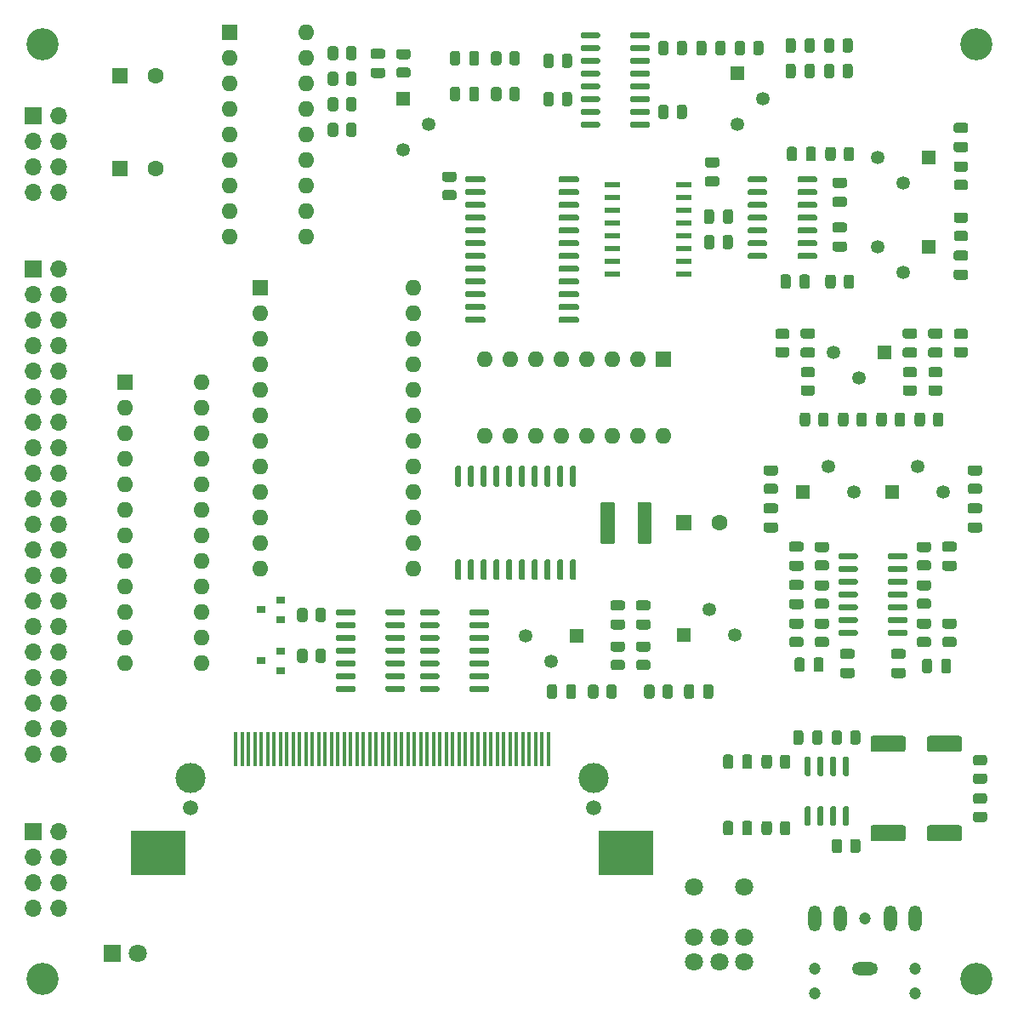
<source format=gbr>
%TF.GenerationSoftware,KiCad,Pcbnew,(5.1.9)-1*%
%TF.CreationDate,2021-11-07T13:29:39-05:00*%
%TF.ProjectId,main,6d61696e-2e6b-4696-9361-645f70636258,rev?*%
%TF.SameCoordinates,Original*%
%TF.FileFunction,Soldermask,Top*%
%TF.FilePolarity,Negative*%
%FSLAX46Y46*%
G04 Gerber Fmt 4.6, Leading zero omitted, Abs format (unit mm)*
G04 Created by KiCad (PCBNEW (5.1.9)-1) date 2021-11-07 13:29:39*
%MOMM*%
%LPD*%
G01*
G04 APERTURE LIST*
%ADD10C,1.800000*%
%ADD11C,1.346200*%
%ADD12R,1.346200X1.346200*%
%ADD13C,1.200000*%
%ADD14O,2.600000X1.300000*%
%ADD15O,1.300000X2.600000*%
%ADD16C,1.600000*%
%ADD17R,1.600000X1.600000*%
%ADD18R,5.500000X4.400000*%
%ADD19R,0.410000X3.510000*%
%ADD20C,1.500000*%
%ADD21C,3.000000*%
%ADD22R,1.800000X1.800000*%
%ADD23R,0.900000X0.800000*%
%ADD24O,1.600000X1.600000*%
%ADD25R,1.500000X0.600000*%
%ADD26C,3.200000*%
%ADD27R,1.700000X1.700000*%
%ADD28O,1.700000X1.700000*%
G04 APERTURE END LIST*
D10*
%TO.C,RV10*%
X88392000Y-107308000D03*
X93392000Y-107308000D03*
X93392000Y-114808000D03*
X90892000Y-114808000D03*
X88392000Y-114808000D03*
X93392000Y-112308000D03*
X90892000Y-112308000D03*
X88392000Y-112308000D03*
%TD*%
%TO.C,L1*%
G36*
G01*
X79191000Y-69020000D02*
X80311000Y-69020000D01*
G75*
G02*
X80451000Y-69160000I0J-140000D01*
G01*
X80451000Y-73080000D01*
G75*
G02*
X80311000Y-73220000I-140000J0D01*
G01*
X79191000Y-73220000D01*
G75*
G02*
X79051000Y-73080000I0J140000D01*
G01*
X79051000Y-69160000D01*
G75*
G02*
X79191000Y-69020000I140000J0D01*
G01*
G37*
G36*
G01*
X82891000Y-69020000D02*
X84011000Y-69020000D01*
G75*
G02*
X84151000Y-69160000I0J-140000D01*
G01*
X84151000Y-73080000D01*
G75*
G02*
X84011000Y-73220000I-140000J0D01*
G01*
X82891000Y-73220000D01*
G75*
G02*
X82751000Y-73080000I0J140000D01*
G01*
X82751000Y-69160000D01*
G75*
G02*
X82891000Y-69020000I140000J0D01*
G01*
G37*
%TD*%
%TO.C,U17*%
G36*
G01*
X104672000Y-81892000D02*
X104672000Y-82192000D01*
G75*
G02*
X104522000Y-82342000I-150000J0D01*
G01*
X102872000Y-82342000D01*
G75*
G02*
X102722000Y-82192000I0J150000D01*
G01*
X102722000Y-81892000D01*
G75*
G02*
X102872000Y-81742000I150000J0D01*
G01*
X104522000Y-81742000D01*
G75*
G02*
X104672000Y-81892000I0J-150000D01*
G01*
G37*
G36*
G01*
X104672000Y-80622000D02*
X104672000Y-80922000D01*
G75*
G02*
X104522000Y-81072000I-150000J0D01*
G01*
X102872000Y-81072000D01*
G75*
G02*
X102722000Y-80922000I0J150000D01*
G01*
X102722000Y-80622000D01*
G75*
G02*
X102872000Y-80472000I150000J0D01*
G01*
X104522000Y-80472000D01*
G75*
G02*
X104672000Y-80622000I0J-150000D01*
G01*
G37*
G36*
G01*
X104672000Y-79352000D02*
X104672000Y-79652000D01*
G75*
G02*
X104522000Y-79802000I-150000J0D01*
G01*
X102872000Y-79802000D01*
G75*
G02*
X102722000Y-79652000I0J150000D01*
G01*
X102722000Y-79352000D01*
G75*
G02*
X102872000Y-79202000I150000J0D01*
G01*
X104522000Y-79202000D01*
G75*
G02*
X104672000Y-79352000I0J-150000D01*
G01*
G37*
G36*
G01*
X104672000Y-78082000D02*
X104672000Y-78382000D01*
G75*
G02*
X104522000Y-78532000I-150000J0D01*
G01*
X102872000Y-78532000D01*
G75*
G02*
X102722000Y-78382000I0J150000D01*
G01*
X102722000Y-78082000D01*
G75*
G02*
X102872000Y-77932000I150000J0D01*
G01*
X104522000Y-77932000D01*
G75*
G02*
X104672000Y-78082000I0J-150000D01*
G01*
G37*
G36*
G01*
X104672000Y-76812000D02*
X104672000Y-77112000D01*
G75*
G02*
X104522000Y-77262000I-150000J0D01*
G01*
X102872000Y-77262000D01*
G75*
G02*
X102722000Y-77112000I0J150000D01*
G01*
X102722000Y-76812000D01*
G75*
G02*
X102872000Y-76662000I150000J0D01*
G01*
X104522000Y-76662000D01*
G75*
G02*
X104672000Y-76812000I0J-150000D01*
G01*
G37*
G36*
G01*
X104672000Y-75542000D02*
X104672000Y-75842000D01*
G75*
G02*
X104522000Y-75992000I-150000J0D01*
G01*
X102872000Y-75992000D01*
G75*
G02*
X102722000Y-75842000I0J150000D01*
G01*
X102722000Y-75542000D01*
G75*
G02*
X102872000Y-75392000I150000J0D01*
G01*
X104522000Y-75392000D01*
G75*
G02*
X104672000Y-75542000I0J-150000D01*
G01*
G37*
G36*
G01*
X104672000Y-74272000D02*
X104672000Y-74572000D01*
G75*
G02*
X104522000Y-74722000I-150000J0D01*
G01*
X102872000Y-74722000D01*
G75*
G02*
X102722000Y-74572000I0J150000D01*
G01*
X102722000Y-74272000D01*
G75*
G02*
X102872000Y-74122000I150000J0D01*
G01*
X104522000Y-74122000D01*
G75*
G02*
X104672000Y-74272000I0J-150000D01*
G01*
G37*
G36*
G01*
X109622000Y-74272000D02*
X109622000Y-74572000D01*
G75*
G02*
X109472000Y-74722000I-150000J0D01*
G01*
X107822000Y-74722000D01*
G75*
G02*
X107672000Y-74572000I0J150000D01*
G01*
X107672000Y-74272000D01*
G75*
G02*
X107822000Y-74122000I150000J0D01*
G01*
X109472000Y-74122000D01*
G75*
G02*
X109622000Y-74272000I0J-150000D01*
G01*
G37*
G36*
G01*
X109622000Y-75542000D02*
X109622000Y-75842000D01*
G75*
G02*
X109472000Y-75992000I-150000J0D01*
G01*
X107822000Y-75992000D01*
G75*
G02*
X107672000Y-75842000I0J150000D01*
G01*
X107672000Y-75542000D01*
G75*
G02*
X107822000Y-75392000I150000J0D01*
G01*
X109472000Y-75392000D01*
G75*
G02*
X109622000Y-75542000I0J-150000D01*
G01*
G37*
G36*
G01*
X109622000Y-76812000D02*
X109622000Y-77112000D01*
G75*
G02*
X109472000Y-77262000I-150000J0D01*
G01*
X107822000Y-77262000D01*
G75*
G02*
X107672000Y-77112000I0J150000D01*
G01*
X107672000Y-76812000D01*
G75*
G02*
X107822000Y-76662000I150000J0D01*
G01*
X109472000Y-76662000D01*
G75*
G02*
X109622000Y-76812000I0J-150000D01*
G01*
G37*
G36*
G01*
X109622000Y-78082000D02*
X109622000Y-78382000D01*
G75*
G02*
X109472000Y-78532000I-150000J0D01*
G01*
X107822000Y-78532000D01*
G75*
G02*
X107672000Y-78382000I0J150000D01*
G01*
X107672000Y-78082000D01*
G75*
G02*
X107822000Y-77932000I150000J0D01*
G01*
X109472000Y-77932000D01*
G75*
G02*
X109622000Y-78082000I0J-150000D01*
G01*
G37*
G36*
G01*
X109622000Y-79352000D02*
X109622000Y-79652000D01*
G75*
G02*
X109472000Y-79802000I-150000J0D01*
G01*
X107822000Y-79802000D01*
G75*
G02*
X107672000Y-79652000I0J150000D01*
G01*
X107672000Y-79352000D01*
G75*
G02*
X107822000Y-79202000I150000J0D01*
G01*
X109472000Y-79202000D01*
G75*
G02*
X109622000Y-79352000I0J-150000D01*
G01*
G37*
G36*
G01*
X109622000Y-80622000D02*
X109622000Y-80922000D01*
G75*
G02*
X109472000Y-81072000I-150000J0D01*
G01*
X107822000Y-81072000D01*
G75*
G02*
X107672000Y-80922000I0J150000D01*
G01*
X107672000Y-80622000D01*
G75*
G02*
X107822000Y-80472000I150000J0D01*
G01*
X109472000Y-80472000D01*
G75*
G02*
X109622000Y-80622000I0J-150000D01*
G01*
G37*
G36*
G01*
X109622000Y-81892000D02*
X109622000Y-82192000D01*
G75*
G02*
X109472000Y-82342000I-150000J0D01*
G01*
X107822000Y-82342000D01*
G75*
G02*
X107672000Y-82192000I0J150000D01*
G01*
X107672000Y-81892000D01*
G75*
G02*
X107822000Y-81742000I150000J0D01*
G01*
X109472000Y-81742000D01*
G75*
G02*
X109622000Y-81892000I0J-150000D01*
G01*
G37*
%TD*%
%TO.C,U16*%
G36*
G01*
X98655000Y-37107000D02*
X98655000Y-36807000D01*
G75*
G02*
X98805000Y-36657000I150000J0D01*
G01*
X100455000Y-36657000D01*
G75*
G02*
X100605000Y-36807000I0J-150000D01*
G01*
X100605000Y-37107000D01*
G75*
G02*
X100455000Y-37257000I-150000J0D01*
G01*
X98805000Y-37257000D01*
G75*
G02*
X98655000Y-37107000I0J150000D01*
G01*
G37*
G36*
G01*
X98655000Y-38377000D02*
X98655000Y-38077000D01*
G75*
G02*
X98805000Y-37927000I150000J0D01*
G01*
X100455000Y-37927000D01*
G75*
G02*
X100605000Y-38077000I0J-150000D01*
G01*
X100605000Y-38377000D01*
G75*
G02*
X100455000Y-38527000I-150000J0D01*
G01*
X98805000Y-38527000D01*
G75*
G02*
X98655000Y-38377000I0J150000D01*
G01*
G37*
G36*
G01*
X98655000Y-39647000D02*
X98655000Y-39347000D01*
G75*
G02*
X98805000Y-39197000I150000J0D01*
G01*
X100455000Y-39197000D01*
G75*
G02*
X100605000Y-39347000I0J-150000D01*
G01*
X100605000Y-39647000D01*
G75*
G02*
X100455000Y-39797000I-150000J0D01*
G01*
X98805000Y-39797000D01*
G75*
G02*
X98655000Y-39647000I0J150000D01*
G01*
G37*
G36*
G01*
X98655000Y-40917000D02*
X98655000Y-40617000D01*
G75*
G02*
X98805000Y-40467000I150000J0D01*
G01*
X100455000Y-40467000D01*
G75*
G02*
X100605000Y-40617000I0J-150000D01*
G01*
X100605000Y-40917000D01*
G75*
G02*
X100455000Y-41067000I-150000J0D01*
G01*
X98805000Y-41067000D01*
G75*
G02*
X98655000Y-40917000I0J150000D01*
G01*
G37*
G36*
G01*
X98655000Y-42187000D02*
X98655000Y-41887000D01*
G75*
G02*
X98805000Y-41737000I150000J0D01*
G01*
X100455000Y-41737000D01*
G75*
G02*
X100605000Y-41887000I0J-150000D01*
G01*
X100605000Y-42187000D01*
G75*
G02*
X100455000Y-42337000I-150000J0D01*
G01*
X98805000Y-42337000D01*
G75*
G02*
X98655000Y-42187000I0J150000D01*
G01*
G37*
G36*
G01*
X98655000Y-43457000D02*
X98655000Y-43157000D01*
G75*
G02*
X98805000Y-43007000I150000J0D01*
G01*
X100455000Y-43007000D01*
G75*
G02*
X100605000Y-43157000I0J-150000D01*
G01*
X100605000Y-43457000D01*
G75*
G02*
X100455000Y-43607000I-150000J0D01*
G01*
X98805000Y-43607000D01*
G75*
G02*
X98655000Y-43457000I0J150000D01*
G01*
G37*
G36*
G01*
X98655000Y-44727000D02*
X98655000Y-44427000D01*
G75*
G02*
X98805000Y-44277000I150000J0D01*
G01*
X100455000Y-44277000D01*
G75*
G02*
X100605000Y-44427000I0J-150000D01*
G01*
X100605000Y-44727000D01*
G75*
G02*
X100455000Y-44877000I-150000J0D01*
G01*
X98805000Y-44877000D01*
G75*
G02*
X98655000Y-44727000I0J150000D01*
G01*
G37*
G36*
G01*
X93705000Y-44727000D02*
X93705000Y-44427000D01*
G75*
G02*
X93855000Y-44277000I150000J0D01*
G01*
X95505000Y-44277000D01*
G75*
G02*
X95655000Y-44427000I0J-150000D01*
G01*
X95655000Y-44727000D01*
G75*
G02*
X95505000Y-44877000I-150000J0D01*
G01*
X93855000Y-44877000D01*
G75*
G02*
X93705000Y-44727000I0J150000D01*
G01*
G37*
G36*
G01*
X93705000Y-43457000D02*
X93705000Y-43157000D01*
G75*
G02*
X93855000Y-43007000I150000J0D01*
G01*
X95505000Y-43007000D01*
G75*
G02*
X95655000Y-43157000I0J-150000D01*
G01*
X95655000Y-43457000D01*
G75*
G02*
X95505000Y-43607000I-150000J0D01*
G01*
X93855000Y-43607000D01*
G75*
G02*
X93705000Y-43457000I0J150000D01*
G01*
G37*
G36*
G01*
X93705000Y-42187000D02*
X93705000Y-41887000D01*
G75*
G02*
X93855000Y-41737000I150000J0D01*
G01*
X95505000Y-41737000D01*
G75*
G02*
X95655000Y-41887000I0J-150000D01*
G01*
X95655000Y-42187000D01*
G75*
G02*
X95505000Y-42337000I-150000J0D01*
G01*
X93855000Y-42337000D01*
G75*
G02*
X93705000Y-42187000I0J150000D01*
G01*
G37*
G36*
G01*
X93705000Y-40917000D02*
X93705000Y-40617000D01*
G75*
G02*
X93855000Y-40467000I150000J0D01*
G01*
X95505000Y-40467000D01*
G75*
G02*
X95655000Y-40617000I0J-150000D01*
G01*
X95655000Y-40917000D01*
G75*
G02*
X95505000Y-41067000I-150000J0D01*
G01*
X93855000Y-41067000D01*
G75*
G02*
X93705000Y-40917000I0J150000D01*
G01*
G37*
G36*
G01*
X93705000Y-39647000D02*
X93705000Y-39347000D01*
G75*
G02*
X93855000Y-39197000I150000J0D01*
G01*
X95505000Y-39197000D01*
G75*
G02*
X95655000Y-39347000I0J-150000D01*
G01*
X95655000Y-39647000D01*
G75*
G02*
X95505000Y-39797000I-150000J0D01*
G01*
X93855000Y-39797000D01*
G75*
G02*
X93705000Y-39647000I0J150000D01*
G01*
G37*
G36*
G01*
X93705000Y-38377000D02*
X93705000Y-38077000D01*
G75*
G02*
X93855000Y-37927000I150000J0D01*
G01*
X95505000Y-37927000D01*
G75*
G02*
X95655000Y-38077000I0J-150000D01*
G01*
X95655000Y-38377000D01*
G75*
G02*
X95505000Y-38527000I-150000J0D01*
G01*
X93855000Y-38527000D01*
G75*
G02*
X93705000Y-38377000I0J150000D01*
G01*
G37*
G36*
G01*
X93705000Y-37107000D02*
X93705000Y-36807000D01*
G75*
G02*
X93855000Y-36657000I150000J0D01*
G01*
X95505000Y-36657000D01*
G75*
G02*
X95655000Y-36807000I0J-150000D01*
G01*
X95655000Y-37107000D01*
G75*
G02*
X95505000Y-37257000I-150000J0D01*
G01*
X93855000Y-37257000D01*
G75*
G02*
X93705000Y-37107000I0J150000D01*
G01*
G37*
%TD*%
%TO.C,U18*%
G36*
G01*
X103355000Y-99290000D02*
X103655000Y-99290000D01*
G75*
G02*
X103805000Y-99440000I0J-150000D01*
G01*
X103805000Y-101090000D01*
G75*
G02*
X103655000Y-101240000I-150000J0D01*
G01*
X103355000Y-101240000D01*
G75*
G02*
X103205000Y-101090000I0J150000D01*
G01*
X103205000Y-99440000D01*
G75*
G02*
X103355000Y-99290000I150000J0D01*
G01*
G37*
G36*
G01*
X102085000Y-99290000D02*
X102385000Y-99290000D01*
G75*
G02*
X102535000Y-99440000I0J-150000D01*
G01*
X102535000Y-101090000D01*
G75*
G02*
X102385000Y-101240000I-150000J0D01*
G01*
X102085000Y-101240000D01*
G75*
G02*
X101935000Y-101090000I0J150000D01*
G01*
X101935000Y-99440000D01*
G75*
G02*
X102085000Y-99290000I150000J0D01*
G01*
G37*
G36*
G01*
X100815000Y-99290000D02*
X101115000Y-99290000D01*
G75*
G02*
X101265000Y-99440000I0J-150000D01*
G01*
X101265000Y-101090000D01*
G75*
G02*
X101115000Y-101240000I-150000J0D01*
G01*
X100815000Y-101240000D01*
G75*
G02*
X100665000Y-101090000I0J150000D01*
G01*
X100665000Y-99440000D01*
G75*
G02*
X100815000Y-99290000I150000J0D01*
G01*
G37*
G36*
G01*
X99545000Y-99290000D02*
X99845000Y-99290000D01*
G75*
G02*
X99995000Y-99440000I0J-150000D01*
G01*
X99995000Y-101090000D01*
G75*
G02*
X99845000Y-101240000I-150000J0D01*
G01*
X99545000Y-101240000D01*
G75*
G02*
X99395000Y-101090000I0J150000D01*
G01*
X99395000Y-99440000D01*
G75*
G02*
X99545000Y-99290000I150000J0D01*
G01*
G37*
G36*
G01*
X99545000Y-94340000D02*
X99845000Y-94340000D01*
G75*
G02*
X99995000Y-94490000I0J-150000D01*
G01*
X99995000Y-96140000D01*
G75*
G02*
X99845000Y-96290000I-150000J0D01*
G01*
X99545000Y-96290000D01*
G75*
G02*
X99395000Y-96140000I0J150000D01*
G01*
X99395000Y-94490000D01*
G75*
G02*
X99545000Y-94340000I150000J0D01*
G01*
G37*
G36*
G01*
X100815000Y-94340000D02*
X101115000Y-94340000D01*
G75*
G02*
X101265000Y-94490000I0J-150000D01*
G01*
X101265000Y-96140000D01*
G75*
G02*
X101115000Y-96290000I-150000J0D01*
G01*
X100815000Y-96290000D01*
G75*
G02*
X100665000Y-96140000I0J150000D01*
G01*
X100665000Y-94490000D01*
G75*
G02*
X100815000Y-94340000I150000J0D01*
G01*
G37*
G36*
G01*
X102085000Y-94340000D02*
X102385000Y-94340000D01*
G75*
G02*
X102535000Y-94490000I0J-150000D01*
G01*
X102535000Y-96140000D01*
G75*
G02*
X102385000Y-96290000I-150000J0D01*
G01*
X102085000Y-96290000D01*
G75*
G02*
X101935000Y-96140000I0J150000D01*
G01*
X101935000Y-94490000D01*
G75*
G02*
X102085000Y-94340000I150000J0D01*
G01*
G37*
G36*
G01*
X103355000Y-94340000D02*
X103655000Y-94340000D01*
G75*
G02*
X103805000Y-94490000I0J-150000D01*
G01*
X103805000Y-96140000D01*
G75*
G02*
X103655000Y-96290000I-150000J0D01*
G01*
X103355000Y-96290000D01*
G75*
G02*
X103205000Y-96140000I0J150000D01*
G01*
X103205000Y-94490000D01*
G75*
G02*
X103355000Y-94340000I150000J0D01*
G01*
G37*
%TD*%
D11*
%TO.C,RV9*%
X106680000Y-43637200D03*
X109220000Y-46177200D03*
D12*
X111760000Y-43637200D03*
%TD*%
D11*
%TO.C,RV8*%
X106680000Y-34747200D03*
X109220000Y-37287200D03*
D12*
X111760000Y-34747200D03*
%TD*%
D11*
%TO.C,RV7*%
X104267000Y-67995800D03*
X101727000Y-65455800D03*
D12*
X99187000Y-67995800D03*
%TD*%
D11*
%TO.C,RV6*%
X113157000Y-67995800D03*
X110617000Y-65455800D03*
D12*
X108077000Y-67995800D03*
%TD*%
D11*
%TO.C,RV5*%
X59436000Y-34036000D03*
X61976000Y-31496000D03*
D12*
X59436000Y-28956000D03*
%TD*%
D11*
%TO.C,RV4*%
X71628000Y-82372200D03*
X74168000Y-84912200D03*
D12*
X76708000Y-82372200D03*
%TD*%
D11*
%TO.C,RV3*%
X92456000Y-82219800D03*
X89916000Y-79679800D03*
D12*
X87376000Y-82219800D03*
%TD*%
D11*
%TO.C,RV2*%
X92659200Y-31496000D03*
X95199200Y-28956000D03*
D12*
X92659200Y-26416000D03*
%TD*%
D11*
%TO.C,RV1*%
X102235000Y-54178200D03*
X104775000Y-56718200D03*
D12*
X107315000Y-54178200D03*
%TD*%
%TO.C,R58*%
G36*
G01*
X96920000Y-101923001D02*
X96920000Y-101022999D01*
G75*
G02*
X97169999Y-100773000I249999J0D01*
G01*
X97695001Y-100773000D01*
G75*
G02*
X97945000Y-101022999I0J-249999D01*
G01*
X97945000Y-101923001D01*
G75*
G02*
X97695001Y-102173000I-249999J0D01*
G01*
X97169999Y-102173000D01*
G75*
G02*
X96920000Y-101923001I0J249999D01*
G01*
G37*
G36*
G01*
X95095000Y-101923001D02*
X95095000Y-101022999D01*
G75*
G02*
X95344999Y-100773000I249999J0D01*
G01*
X95870001Y-100773000D01*
G75*
G02*
X96120000Y-101022999I0J-249999D01*
G01*
X96120000Y-101923001D01*
G75*
G02*
X95870001Y-102173000I-249999J0D01*
G01*
X95344999Y-102173000D01*
G75*
G02*
X95095000Y-101923001I0J249999D01*
G01*
G37*
%TD*%
%TO.C,R57*%
G36*
G01*
X116389999Y-99841000D02*
X117290001Y-99841000D01*
G75*
G02*
X117540000Y-100090999I0J-249999D01*
G01*
X117540000Y-100616001D01*
G75*
G02*
X117290001Y-100866000I-249999J0D01*
G01*
X116389999Y-100866000D01*
G75*
G02*
X116140000Y-100616001I0J249999D01*
G01*
X116140000Y-100090999D01*
G75*
G02*
X116389999Y-99841000I249999J0D01*
G01*
G37*
G36*
G01*
X116389999Y-98016000D02*
X117290001Y-98016000D01*
G75*
G02*
X117540000Y-98265999I0J-249999D01*
G01*
X117540000Y-98791001D01*
G75*
G02*
X117290001Y-99041000I-249999J0D01*
G01*
X116389999Y-99041000D01*
G75*
G02*
X116140000Y-98791001I0J249999D01*
G01*
X116140000Y-98265999D01*
G75*
G02*
X116389999Y-98016000I249999J0D01*
G01*
G37*
%TD*%
%TO.C,R56*%
G36*
G01*
X103905000Y-103701001D02*
X103905000Y-102800999D01*
G75*
G02*
X104154999Y-102551000I249999J0D01*
G01*
X104680001Y-102551000D01*
G75*
G02*
X104930000Y-102800999I0J-249999D01*
G01*
X104930000Y-103701001D01*
G75*
G02*
X104680001Y-103951000I-249999J0D01*
G01*
X104154999Y-103951000D01*
G75*
G02*
X103905000Y-103701001I0J249999D01*
G01*
G37*
G36*
G01*
X102080000Y-103701001D02*
X102080000Y-102800999D01*
G75*
G02*
X102329999Y-102551000I249999J0D01*
G01*
X102855001Y-102551000D01*
G75*
G02*
X103105000Y-102800999I0J-249999D01*
G01*
X103105000Y-103701001D01*
G75*
G02*
X102855001Y-103951000I-249999J0D01*
G01*
X102329999Y-103951000D01*
G75*
G02*
X102080000Y-103701001I0J249999D01*
G01*
G37*
%TD*%
%TO.C,R55*%
G36*
G01*
X103905000Y-92906001D02*
X103905000Y-92005999D01*
G75*
G02*
X104154999Y-91756000I249999J0D01*
G01*
X104680001Y-91756000D01*
G75*
G02*
X104930000Y-92005999I0J-249999D01*
G01*
X104930000Y-92906001D01*
G75*
G02*
X104680001Y-93156000I-249999J0D01*
G01*
X104154999Y-93156000D01*
G75*
G02*
X103905000Y-92906001I0J249999D01*
G01*
G37*
G36*
G01*
X102080000Y-92906001D02*
X102080000Y-92005999D01*
G75*
G02*
X102329999Y-91756000I249999J0D01*
G01*
X102855001Y-91756000D01*
G75*
G02*
X103105000Y-92005999I0J-249999D01*
G01*
X103105000Y-92906001D01*
G75*
G02*
X102855001Y-93156000I-249999J0D01*
G01*
X102329999Y-93156000D01*
G75*
G02*
X102080000Y-92906001I0J249999D01*
G01*
G37*
%TD*%
%TO.C,R54*%
G36*
G01*
X116389999Y-96031000D02*
X117290001Y-96031000D01*
G75*
G02*
X117540000Y-96280999I0J-249999D01*
G01*
X117540000Y-96806001D01*
G75*
G02*
X117290001Y-97056000I-249999J0D01*
G01*
X116389999Y-97056000D01*
G75*
G02*
X116140000Y-96806001I0J249999D01*
G01*
X116140000Y-96280999D01*
G75*
G02*
X116389999Y-96031000I249999J0D01*
G01*
G37*
G36*
G01*
X116389999Y-94206000D02*
X117290001Y-94206000D01*
G75*
G02*
X117540000Y-94455999I0J-249999D01*
G01*
X117540000Y-94981001D01*
G75*
G02*
X117290001Y-95231000I-249999J0D01*
G01*
X116389999Y-95231000D01*
G75*
G02*
X116140000Y-94981001I0J249999D01*
G01*
X116140000Y-94455999D01*
G75*
G02*
X116389999Y-94206000I249999J0D01*
G01*
G37*
%TD*%
%TO.C,R53*%
G36*
G01*
X96120000Y-94418999D02*
X96120000Y-95319001D01*
G75*
G02*
X95870001Y-95569000I-249999J0D01*
G01*
X95344999Y-95569000D01*
G75*
G02*
X95095000Y-95319001I0J249999D01*
G01*
X95095000Y-94418999D01*
G75*
G02*
X95344999Y-94169000I249999J0D01*
G01*
X95870001Y-94169000D01*
G75*
G02*
X96120000Y-94418999I0J-249999D01*
G01*
G37*
G36*
G01*
X97945000Y-94418999D02*
X97945000Y-95319001D01*
G75*
G02*
X97695001Y-95569000I-249999J0D01*
G01*
X97169999Y-95569000D01*
G75*
G02*
X96920000Y-95319001I0J249999D01*
G01*
X96920000Y-94418999D01*
G75*
G02*
X97169999Y-94169000I249999J0D01*
G01*
X97695001Y-94169000D01*
G75*
G02*
X97945000Y-94418999I0J-249999D01*
G01*
G37*
%TD*%
%TO.C,R52*%
G36*
G01*
X111702001Y-81642000D02*
X110801999Y-81642000D01*
G75*
G02*
X110552000Y-81392001I0J249999D01*
G01*
X110552000Y-80866999D01*
G75*
G02*
X110801999Y-80617000I249999J0D01*
G01*
X111702001Y-80617000D01*
G75*
G02*
X111952000Y-80866999I0J-249999D01*
G01*
X111952000Y-81392001D01*
G75*
G02*
X111702001Y-81642000I-249999J0D01*
G01*
G37*
G36*
G01*
X111702001Y-83467000D02*
X110801999Y-83467000D01*
G75*
G02*
X110552000Y-83217001I0J249999D01*
G01*
X110552000Y-82691999D01*
G75*
G02*
X110801999Y-82442000I249999J0D01*
G01*
X111702001Y-82442000D01*
G75*
G02*
X111952000Y-82691999I0J-249999D01*
G01*
X111952000Y-83217001D01*
G75*
G02*
X111702001Y-83467000I-249999J0D01*
G01*
G37*
%TD*%
%TO.C,R51*%
G36*
G01*
X101542001Y-81642000D02*
X100641999Y-81642000D01*
G75*
G02*
X100392000Y-81392001I0J249999D01*
G01*
X100392000Y-80866999D01*
G75*
G02*
X100641999Y-80617000I249999J0D01*
G01*
X101542001Y-80617000D01*
G75*
G02*
X101792000Y-80866999I0J-249999D01*
G01*
X101792000Y-81392001D01*
G75*
G02*
X101542001Y-81642000I-249999J0D01*
G01*
G37*
G36*
G01*
X101542001Y-83467000D02*
X100641999Y-83467000D01*
G75*
G02*
X100392000Y-83217001I0J249999D01*
G01*
X100392000Y-82691999D01*
G75*
G02*
X100641999Y-82442000I249999J0D01*
G01*
X101542001Y-82442000D01*
G75*
G02*
X101792000Y-82691999I0J-249999D01*
G01*
X101792000Y-83217001D01*
G75*
G02*
X101542001Y-83467000I-249999J0D01*
G01*
G37*
%TD*%
%TO.C,R50*%
G36*
G01*
X101542001Y-77832000D02*
X100641999Y-77832000D01*
G75*
G02*
X100392000Y-77582001I0J249999D01*
G01*
X100392000Y-77056999D01*
G75*
G02*
X100641999Y-76807000I249999J0D01*
G01*
X101542001Y-76807000D01*
G75*
G02*
X101792000Y-77056999I0J-249999D01*
G01*
X101792000Y-77582001D01*
G75*
G02*
X101542001Y-77832000I-249999J0D01*
G01*
G37*
G36*
G01*
X101542001Y-79657000D02*
X100641999Y-79657000D01*
G75*
G02*
X100392000Y-79407001I0J249999D01*
G01*
X100392000Y-78881999D01*
G75*
G02*
X100641999Y-78632000I249999J0D01*
G01*
X101542001Y-78632000D01*
G75*
G02*
X101792000Y-78881999I0J-249999D01*
G01*
X101792000Y-79407001D01*
G75*
G02*
X101542001Y-79657000I-249999J0D01*
G01*
G37*
%TD*%
%TO.C,R49*%
G36*
G01*
X110801999Y-78632000D02*
X111702001Y-78632000D01*
G75*
G02*
X111952000Y-78881999I0J-249999D01*
G01*
X111952000Y-79407001D01*
G75*
G02*
X111702001Y-79657000I-249999J0D01*
G01*
X110801999Y-79657000D01*
G75*
G02*
X110552000Y-79407001I0J249999D01*
G01*
X110552000Y-78881999D01*
G75*
G02*
X110801999Y-78632000I249999J0D01*
G01*
G37*
G36*
G01*
X110801999Y-76807000D02*
X111702001Y-76807000D01*
G75*
G02*
X111952000Y-77056999I0J-249999D01*
G01*
X111952000Y-77582001D01*
G75*
G02*
X111702001Y-77832000I-249999J0D01*
G01*
X110801999Y-77832000D01*
G75*
G02*
X110552000Y-77582001I0J249999D01*
G01*
X110552000Y-77056999D01*
G75*
G02*
X110801999Y-76807000I249999J0D01*
G01*
G37*
%TD*%
%TO.C,R48*%
G36*
G01*
X114484999Y-42056000D02*
X115385001Y-42056000D01*
G75*
G02*
X115635000Y-42305999I0J-249999D01*
G01*
X115635000Y-42831001D01*
G75*
G02*
X115385001Y-43081000I-249999J0D01*
G01*
X114484999Y-43081000D01*
G75*
G02*
X114235000Y-42831001I0J249999D01*
G01*
X114235000Y-42305999D01*
G75*
G02*
X114484999Y-42056000I249999J0D01*
G01*
G37*
G36*
G01*
X114484999Y-40231000D02*
X115385001Y-40231000D01*
G75*
G02*
X115635000Y-40480999I0J-249999D01*
G01*
X115635000Y-41006001D01*
G75*
G02*
X115385001Y-41256000I-249999J0D01*
G01*
X114484999Y-41256000D01*
G75*
G02*
X114235000Y-41006001I0J249999D01*
G01*
X114235000Y-40480999D01*
G75*
G02*
X114484999Y-40231000I249999J0D01*
G01*
G37*
%TD*%
%TO.C,R47*%
G36*
G01*
X115385001Y-36176000D02*
X114484999Y-36176000D01*
G75*
G02*
X114235000Y-35926001I0J249999D01*
G01*
X114235000Y-35400999D01*
G75*
G02*
X114484999Y-35151000I249999J0D01*
G01*
X115385001Y-35151000D01*
G75*
G02*
X115635000Y-35400999I0J-249999D01*
G01*
X115635000Y-35926001D01*
G75*
G02*
X115385001Y-36176000I-249999J0D01*
G01*
G37*
G36*
G01*
X115385001Y-38001000D02*
X114484999Y-38001000D01*
G75*
G02*
X114235000Y-37751001I0J249999D01*
G01*
X114235000Y-37225999D01*
G75*
G02*
X114484999Y-36976000I249999J0D01*
G01*
X115385001Y-36976000D01*
G75*
G02*
X115635000Y-37225999I0J-249999D01*
G01*
X115635000Y-37751001D01*
G75*
G02*
X115385001Y-38001000I-249999J0D01*
G01*
G37*
%TD*%
%TO.C,R46*%
G36*
G01*
X98101999Y-82442000D02*
X99002001Y-82442000D01*
G75*
G02*
X99252000Y-82691999I0J-249999D01*
G01*
X99252000Y-83217001D01*
G75*
G02*
X99002001Y-83467000I-249999J0D01*
G01*
X98101999Y-83467000D01*
G75*
G02*
X97852000Y-83217001I0J249999D01*
G01*
X97852000Y-82691999D01*
G75*
G02*
X98101999Y-82442000I249999J0D01*
G01*
G37*
G36*
G01*
X98101999Y-80617000D02*
X99002001Y-80617000D01*
G75*
G02*
X99252000Y-80866999I0J-249999D01*
G01*
X99252000Y-81392001D01*
G75*
G02*
X99002001Y-81642000I-249999J0D01*
G01*
X98101999Y-81642000D01*
G75*
G02*
X97852000Y-81392001I0J249999D01*
G01*
X97852000Y-80866999D01*
G75*
G02*
X98101999Y-80617000I249999J0D01*
G01*
G37*
%TD*%
%TO.C,R45*%
G36*
G01*
X113341999Y-82442000D02*
X114242001Y-82442000D01*
G75*
G02*
X114492000Y-82691999I0J-249999D01*
G01*
X114492000Y-83217001D01*
G75*
G02*
X114242001Y-83467000I-249999J0D01*
G01*
X113341999Y-83467000D01*
G75*
G02*
X113092000Y-83217001I0J249999D01*
G01*
X113092000Y-82691999D01*
G75*
G02*
X113341999Y-82442000I249999J0D01*
G01*
G37*
G36*
G01*
X113341999Y-80617000D02*
X114242001Y-80617000D01*
G75*
G02*
X114492000Y-80866999I0J-249999D01*
G01*
X114492000Y-81392001D01*
G75*
G02*
X114242001Y-81642000I-249999J0D01*
G01*
X113341999Y-81642000D01*
G75*
G02*
X113092000Y-81392001I0J249999D01*
G01*
X113092000Y-80866999D01*
G75*
G02*
X113341999Y-80617000I249999J0D01*
G01*
G37*
%TD*%
%TO.C,R44*%
G36*
G01*
X102470000Y-46666999D02*
X102470000Y-47567001D01*
G75*
G02*
X102220001Y-47817000I-249999J0D01*
G01*
X101694999Y-47817000D01*
G75*
G02*
X101445000Y-47567001I0J249999D01*
G01*
X101445000Y-46666999D01*
G75*
G02*
X101694999Y-46417000I249999J0D01*
G01*
X102220001Y-46417000D01*
G75*
G02*
X102470000Y-46666999I0J-249999D01*
G01*
G37*
G36*
G01*
X104295000Y-46666999D02*
X104295000Y-47567001D01*
G75*
G02*
X104045001Y-47817000I-249999J0D01*
G01*
X103519999Y-47817000D01*
G75*
G02*
X103270000Y-47567001I0J249999D01*
G01*
X103270000Y-46666999D01*
G75*
G02*
X103519999Y-46417000I249999J0D01*
G01*
X104045001Y-46417000D01*
G75*
G02*
X104295000Y-46666999I0J-249999D01*
G01*
G37*
%TD*%
%TO.C,R43*%
G36*
G01*
X102470000Y-33966999D02*
X102470000Y-34867001D01*
G75*
G02*
X102220001Y-35117000I-249999J0D01*
G01*
X101694999Y-35117000D01*
G75*
G02*
X101445000Y-34867001I0J249999D01*
G01*
X101445000Y-33966999D01*
G75*
G02*
X101694999Y-33717000I249999J0D01*
G01*
X102220001Y-33717000D01*
G75*
G02*
X102470000Y-33966999I0J-249999D01*
G01*
G37*
G36*
G01*
X104295000Y-33966999D02*
X104295000Y-34867001D01*
G75*
G02*
X104045001Y-35117000I-249999J0D01*
G01*
X103519999Y-35117000D01*
G75*
G02*
X103270000Y-34867001I0J249999D01*
G01*
X103270000Y-33966999D01*
G75*
G02*
X103519999Y-33717000I249999J0D01*
G01*
X104045001Y-33717000D01*
G75*
G02*
X104295000Y-33966999I0J-249999D01*
G01*
G37*
%TD*%
%TO.C,R42*%
G36*
G01*
X95561999Y-67202000D02*
X96462001Y-67202000D01*
G75*
G02*
X96712000Y-67451999I0J-249999D01*
G01*
X96712000Y-67977001D01*
G75*
G02*
X96462001Y-68227000I-249999J0D01*
G01*
X95561999Y-68227000D01*
G75*
G02*
X95312000Y-67977001I0J249999D01*
G01*
X95312000Y-67451999D01*
G75*
G02*
X95561999Y-67202000I249999J0D01*
G01*
G37*
G36*
G01*
X95561999Y-65377000D02*
X96462001Y-65377000D01*
G75*
G02*
X96712000Y-65626999I0J-249999D01*
G01*
X96712000Y-66152001D01*
G75*
G02*
X96462001Y-66402000I-249999J0D01*
G01*
X95561999Y-66402000D01*
G75*
G02*
X95312000Y-66152001I0J249999D01*
G01*
X95312000Y-65626999D01*
G75*
G02*
X95561999Y-65377000I249999J0D01*
G01*
G37*
%TD*%
%TO.C,R41*%
G36*
G01*
X115881999Y-67202000D02*
X116782001Y-67202000D01*
G75*
G02*
X117032000Y-67451999I0J-249999D01*
G01*
X117032000Y-67977001D01*
G75*
G02*
X116782001Y-68227000I-249999J0D01*
G01*
X115881999Y-68227000D01*
G75*
G02*
X115632000Y-67977001I0J249999D01*
G01*
X115632000Y-67451999D01*
G75*
G02*
X115881999Y-67202000I249999J0D01*
G01*
G37*
G36*
G01*
X115881999Y-65377000D02*
X116782001Y-65377000D01*
G75*
G02*
X117032000Y-65626999I0J-249999D01*
G01*
X117032000Y-66152001D01*
G75*
G02*
X116782001Y-66402000I-249999J0D01*
G01*
X115881999Y-66402000D01*
G75*
G02*
X115632000Y-66152001I0J249999D01*
G01*
X115632000Y-65626999D01*
G75*
G02*
X115881999Y-65377000I249999J0D01*
G01*
G37*
%TD*%
%TO.C,R40*%
G36*
G01*
X100641999Y-74822000D02*
X101542001Y-74822000D01*
G75*
G02*
X101792000Y-75071999I0J-249999D01*
G01*
X101792000Y-75597001D01*
G75*
G02*
X101542001Y-75847000I-249999J0D01*
G01*
X100641999Y-75847000D01*
G75*
G02*
X100392000Y-75597001I0J249999D01*
G01*
X100392000Y-75071999D01*
G75*
G02*
X100641999Y-74822000I249999J0D01*
G01*
G37*
G36*
G01*
X100641999Y-72997000D02*
X101542001Y-72997000D01*
G75*
G02*
X101792000Y-73246999I0J-249999D01*
G01*
X101792000Y-73772001D01*
G75*
G02*
X101542001Y-74022000I-249999J0D01*
G01*
X100641999Y-74022000D01*
G75*
G02*
X100392000Y-73772001I0J249999D01*
G01*
X100392000Y-73246999D01*
G75*
G02*
X100641999Y-72997000I249999J0D01*
G01*
G37*
%TD*%
%TO.C,R39*%
G36*
G01*
X110801999Y-74822000D02*
X111702001Y-74822000D01*
G75*
G02*
X111952000Y-75071999I0J-249999D01*
G01*
X111952000Y-75597001D01*
G75*
G02*
X111702001Y-75847000I-249999J0D01*
G01*
X110801999Y-75847000D01*
G75*
G02*
X110552000Y-75597001I0J249999D01*
G01*
X110552000Y-75071999D01*
G75*
G02*
X110801999Y-74822000I249999J0D01*
G01*
G37*
G36*
G01*
X110801999Y-72997000D02*
X111702001Y-72997000D01*
G75*
G02*
X111952000Y-73246999I0J-249999D01*
G01*
X111952000Y-73772001D01*
G75*
G02*
X111702001Y-74022000I-249999J0D01*
G01*
X110801999Y-74022000D01*
G75*
G02*
X110552000Y-73772001I0J249999D01*
G01*
X110552000Y-73246999D01*
G75*
G02*
X110801999Y-72997000I249999J0D01*
G01*
G37*
%TD*%
%TO.C,R38*%
G36*
G01*
X69196000Y-27997999D02*
X69196000Y-28898001D01*
G75*
G02*
X68946001Y-29148000I-249999J0D01*
G01*
X68420999Y-29148000D01*
G75*
G02*
X68171000Y-28898001I0J249999D01*
G01*
X68171000Y-27997999D01*
G75*
G02*
X68420999Y-27748000I249999J0D01*
G01*
X68946001Y-27748000D01*
G75*
G02*
X69196000Y-27997999I0J-249999D01*
G01*
G37*
G36*
G01*
X71021000Y-27997999D02*
X71021000Y-28898001D01*
G75*
G02*
X70771001Y-29148000I-249999J0D01*
G01*
X70245999Y-29148000D01*
G75*
G02*
X69996000Y-28898001I0J249999D01*
G01*
X69996000Y-27997999D01*
G75*
G02*
X70245999Y-27748000I249999J0D01*
G01*
X70771001Y-27748000D01*
G75*
G02*
X71021000Y-27997999I0J-249999D01*
G01*
G37*
%TD*%
%TO.C,R37*%
G36*
G01*
X69196000Y-24441999D02*
X69196000Y-25342001D01*
G75*
G02*
X68946001Y-25592000I-249999J0D01*
G01*
X68420999Y-25592000D01*
G75*
G02*
X68171000Y-25342001I0J249999D01*
G01*
X68171000Y-24441999D01*
G75*
G02*
X68420999Y-24192000I249999J0D01*
G01*
X68946001Y-24192000D01*
G75*
G02*
X69196000Y-24441999I0J-249999D01*
G01*
G37*
G36*
G01*
X71021000Y-24441999D02*
X71021000Y-25342001D01*
G75*
G02*
X70771001Y-25592000I-249999J0D01*
G01*
X70245999Y-25592000D01*
G75*
G02*
X69996000Y-25342001I0J249999D01*
G01*
X69996000Y-24441999D01*
G75*
G02*
X70245999Y-24192000I249999J0D01*
G01*
X70771001Y-24192000D01*
G75*
G02*
X71021000Y-24441999I0J-249999D01*
G01*
G37*
%TD*%
%TO.C,R36*%
G36*
G01*
X78848000Y-87433999D02*
X78848000Y-88334001D01*
G75*
G02*
X78598001Y-88584000I-249999J0D01*
G01*
X78072999Y-88584000D01*
G75*
G02*
X77823000Y-88334001I0J249999D01*
G01*
X77823000Y-87433999D01*
G75*
G02*
X78072999Y-87184000I249999J0D01*
G01*
X78598001Y-87184000D01*
G75*
G02*
X78848000Y-87433999I0J-249999D01*
G01*
G37*
G36*
G01*
X80673000Y-87433999D02*
X80673000Y-88334001D01*
G75*
G02*
X80423001Y-88584000I-249999J0D01*
G01*
X79897999Y-88584000D01*
G75*
G02*
X79648000Y-88334001I0J249999D01*
G01*
X79648000Y-87433999D01*
G75*
G02*
X79897999Y-87184000I249999J0D01*
G01*
X80423001Y-87184000D01*
G75*
G02*
X80673000Y-87433999I0J-249999D01*
G01*
G37*
%TD*%
%TO.C,R35*%
G36*
G01*
X85236000Y-88334001D02*
X85236000Y-87433999D01*
G75*
G02*
X85485999Y-87184000I249999J0D01*
G01*
X86011001Y-87184000D01*
G75*
G02*
X86261000Y-87433999I0J-249999D01*
G01*
X86261000Y-88334001D01*
G75*
G02*
X86011001Y-88584000I-249999J0D01*
G01*
X85485999Y-88584000D01*
G75*
G02*
X85236000Y-88334001I0J249999D01*
G01*
G37*
G36*
G01*
X83411000Y-88334001D02*
X83411000Y-87433999D01*
G75*
G02*
X83660999Y-87184000I249999J0D01*
G01*
X84186001Y-87184000D01*
G75*
G02*
X84436000Y-87433999I0J-249999D01*
G01*
X84436000Y-88334001D01*
G75*
G02*
X84186001Y-88584000I-249999J0D01*
G01*
X83660999Y-88584000D01*
G75*
G02*
X83411000Y-88334001I0J249999D01*
G01*
G37*
%TD*%
%TO.C,R34*%
G36*
G01*
X59886001Y-25000000D02*
X58985999Y-25000000D01*
G75*
G02*
X58736000Y-24750001I0J249999D01*
G01*
X58736000Y-24224999D01*
G75*
G02*
X58985999Y-23975000I249999J0D01*
G01*
X59886001Y-23975000D01*
G75*
G02*
X60136000Y-24224999I0J-249999D01*
G01*
X60136000Y-24750001D01*
G75*
G02*
X59886001Y-25000000I-249999J0D01*
G01*
G37*
G36*
G01*
X59886001Y-26825000D02*
X58985999Y-26825000D01*
G75*
G02*
X58736000Y-26575001I0J249999D01*
G01*
X58736000Y-26049999D01*
G75*
G02*
X58985999Y-25800000I249999J0D01*
G01*
X59886001Y-25800000D01*
G75*
G02*
X60136000Y-26049999I0J-249999D01*
G01*
X60136000Y-26575001D01*
G75*
G02*
X59886001Y-26825000I-249999J0D01*
G01*
G37*
%TD*%
%TO.C,R33*%
G36*
G01*
X102343000Y-23171999D02*
X102343000Y-24072001D01*
G75*
G02*
X102093001Y-24322000I-249999J0D01*
G01*
X101567999Y-24322000D01*
G75*
G02*
X101318000Y-24072001I0J249999D01*
G01*
X101318000Y-23171999D01*
G75*
G02*
X101567999Y-22922000I249999J0D01*
G01*
X102093001Y-22922000D01*
G75*
G02*
X102343000Y-23171999I0J-249999D01*
G01*
G37*
G36*
G01*
X104168000Y-23171999D02*
X104168000Y-24072001D01*
G75*
G02*
X103918001Y-24322000I-249999J0D01*
G01*
X103392999Y-24322000D01*
G75*
G02*
X103143000Y-24072001I0J249999D01*
G01*
X103143000Y-23171999D01*
G75*
G02*
X103392999Y-22922000I249999J0D01*
G01*
X103918001Y-22922000D01*
G75*
G02*
X104168000Y-23171999I0J-249999D01*
G01*
G37*
%TD*%
%TO.C,R32*%
G36*
G01*
X102343000Y-25711999D02*
X102343000Y-26612001D01*
G75*
G02*
X102093001Y-26862000I-249999J0D01*
G01*
X101567999Y-26862000D01*
G75*
G02*
X101318000Y-26612001I0J249999D01*
G01*
X101318000Y-25711999D01*
G75*
G02*
X101567999Y-25462000I249999J0D01*
G01*
X102093001Y-25462000D01*
G75*
G02*
X102343000Y-25711999I0J-249999D01*
G01*
G37*
G36*
G01*
X104168000Y-25711999D02*
X104168000Y-26612001D01*
G75*
G02*
X103918001Y-26862000I-249999J0D01*
G01*
X103392999Y-26862000D01*
G75*
G02*
X103143000Y-26612001I0J249999D01*
G01*
X103143000Y-25711999D01*
G75*
G02*
X103392999Y-25462000I249999J0D01*
G01*
X103918001Y-25462000D01*
G75*
G02*
X104168000Y-25711999I0J-249999D01*
G01*
G37*
%TD*%
%TO.C,R31*%
G36*
G01*
X81222001Y-83928000D02*
X80321999Y-83928000D01*
G75*
G02*
X80072000Y-83678001I0J249999D01*
G01*
X80072000Y-83152999D01*
G75*
G02*
X80321999Y-82903000I249999J0D01*
G01*
X81222001Y-82903000D01*
G75*
G02*
X81472000Y-83152999I0J-249999D01*
G01*
X81472000Y-83678001D01*
G75*
G02*
X81222001Y-83928000I-249999J0D01*
G01*
G37*
G36*
G01*
X81222001Y-85753000D02*
X80321999Y-85753000D01*
G75*
G02*
X80072000Y-85503001I0J249999D01*
G01*
X80072000Y-84977999D01*
G75*
G02*
X80321999Y-84728000I249999J0D01*
G01*
X81222001Y-84728000D01*
G75*
G02*
X81472000Y-84977999I0J-249999D01*
G01*
X81472000Y-85503001D01*
G75*
G02*
X81222001Y-85753000I-249999J0D01*
G01*
G37*
%TD*%
%TO.C,R30*%
G36*
G01*
X83762001Y-83928000D02*
X82861999Y-83928000D01*
G75*
G02*
X82612000Y-83678001I0J249999D01*
G01*
X82612000Y-83152999D01*
G75*
G02*
X82861999Y-82903000I249999J0D01*
G01*
X83762001Y-82903000D01*
G75*
G02*
X84012000Y-83152999I0J-249999D01*
G01*
X84012000Y-83678001D01*
G75*
G02*
X83762001Y-83928000I-249999J0D01*
G01*
G37*
G36*
G01*
X83762001Y-85753000D02*
X82861999Y-85753000D01*
G75*
G02*
X82612000Y-85503001I0J249999D01*
G01*
X82612000Y-84977999D01*
G75*
G02*
X82861999Y-84728000I249999J0D01*
G01*
X83762001Y-84728000D01*
G75*
G02*
X84012000Y-84977999I0J-249999D01*
G01*
X84012000Y-85503001D01*
G75*
G02*
X83762001Y-85753000I-249999J0D01*
G01*
G37*
%TD*%
%TO.C,R29*%
G36*
G01*
X93453000Y-23425999D02*
X93453000Y-24326001D01*
G75*
G02*
X93203001Y-24576000I-249999J0D01*
G01*
X92677999Y-24576000D01*
G75*
G02*
X92428000Y-24326001I0J249999D01*
G01*
X92428000Y-23425999D01*
G75*
G02*
X92677999Y-23176000I249999J0D01*
G01*
X93203001Y-23176000D01*
G75*
G02*
X93453000Y-23425999I0J-249999D01*
G01*
G37*
G36*
G01*
X95278000Y-23425999D02*
X95278000Y-24326001D01*
G75*
G02*
X95028001Y-24576000I-249999J0D01*
G01*
X94502999Y-24576000D01*
G75*
G02*
X94253000Y-24326001I0J249999D01*
G01*
X94253000Y-23425999D01*
G75*
G02*
X94502999Y-23176000I249999J0D01*
G01*
X95028001Y-23176000D01*
G75*
G02*
X95278000Y-23425999I0J-249999D01*
G01*
G37*
%TD*%
D13*
%TO.C,J2*%
X110410000Y-117927000D03*
X110410000Y-115427000D03*
X100410000Y-117927000D03*
X100410000Y-115427000D03*
X105410000Y-110427000D03*
D14*
X105410000Y-115427000D03*
D15*
X107910000Y-110427000D03*
X102910000Y-110427000D03*
X100410000Y-110427000D03*
X110410000Y-110427000D03*
%TD*%
%TO.C,C49*%
G36*
G01*
X111540000Y-102531000D02*
X111540000Y-101431000D01*
G75*
G02*
X111790000Y-101181000I250000J0D01*
G01*
X114790000Y-101181000D01*
G75*
G02*
X115040000Y-101431000I0J-250000D01*
G01*
X115040000Y-102531000D01*
G75*
G02*
X114790000Y-102781000I-250000J0D01*
G01*
X111790000Y-102781000D01*
G75*
G02*
X111540000Y-102531000I0J250000D01*
G01*
G37*
G36*
G01*
X105940000Y-102531000D02*
X105940000Y-101431000D01*
G75*
G02*
X106190000Y-101181000I250000J0D01*
G01*
X109190000Y-101181000D01*
G75*
G02*
X109440000Y-101431000I0J-250000D01*
G01*
X109440000Y-102531000D01*
G75*
G02*
X109190000Y-102781000I-250000J0D01*
G01*
X106190000Y-102781000D01*
G75*
G02*
X105940000Y-102531000I0J250000D01*
G01*
G37*
%TD*%
%TO.C,C48*%
G36*
G01*
X92260000Y-100998000D02*
X92260000Y-101948000D01*
G75*
G02*
X92010000Y-102198000I-250000J0D01*
G01*
X91510000Y-102198000D01*
G75*
G02*
X91260000Y-101948000I0J250000D01*
G01*
X91260000Y-100998000D01*
G75*
G02*
X91510000Y-100748000I250000J0D01*
G01*
X92010000Y-100748000D01*
G75*
G02*
X92260000Y-100998000I0J-250000D01*
G01*
G37*
G36*
G01*
X94160000Y-100998000D02*
X94160000Y-101948000D01*
G75*
G02*
X93910000Y-102198000I-250000J0D01*
G01*
X93410000Y-102198000D01*
G75*
G02*
X93160000Y-101948000I0J250000D01*
G01*
X93160000Y-100998000D01*
G75*
G02*
X93410000Y-100748000I250000J0D01*
G01*
X93910000Y-100748000D01*
G75*
G02*
X94160000Y-100998000I0J-250000D01*
G01*
G37*
%TD*%
%TO.C,C47*%
G36*
G01*
X92260000Y-94394000D02*
X92260000Y-95344000D01*
G75*
G02*
X92010000Y-95594000I-250000J0D01*
G01*
X91510000Y-95594000D01*
G75*
G02*
X91260000Y-95344000I0J250000D01*
G01*
X91260000Y-94394000D01*
G75*
G02*
X91510000Y-94144000I250000J0D01*
G01*
X92010000Y-94144000D01*
G75*
G02*
X92260000Y-94394000I0J-250000D01*
G01*
G37*
G36*
G01*
X94160000Y-94394000D02*
X94160000Y-95344000D01*
G75*
G02*
X93910000Y-95594000I-250000J0D01*
G01*
X93410000Y-95594000D01*
G75*
G02*
X93160000Y-95344000I0J250000D01*
G01*
X93160000Y-94394000D01*
G75*
G02*
X93410000Y-94144000I250000J0D01*
G01*
X93910000Y-94144000D01*
G75*
G02*
X94160000Y-94394000I0J-250000D01*
G01*
G37*
%TD*%
%TO.C,C46*%
G36*
G01*
X104107000Y-84640000D02*
X103157000Y-84640000D01*
G75*
G02*
X102907000Y-84390000I0J250000D01*
G01*
X102907000Y-83890000D01*
G75*
G02*
X103157000Y-83640000I250000J0D01*
G01*
X104107000Y-83640000D01*
G75*
G02*
X104357000Y-83890000I0J-250000D01*
G01*
X104357000Y-84390000D01*
G75*
G02*
X104107000Y-84640000I-250000J0D01*
G01*
G37*
G36*
G01*
X104107000Y-86540000D02*
X103157000Y-86540000D01*
G75*
G02*
X102907000Y-86290000I0J250000D01*
G01*
X102907000Y-85790000D01*
G75*
G02*
X103157000Y-85540000I250000J0D01*
G01*
X104107000Y-85540000D01*
G75*
G02*
X104357000Y-85790000I0J-250000D01*
G01*
X104357000Y-86290000D01*
G75*
G02*
X104107000Y-86540000I-250000J0D01*
G01*
G37*
%TD*%
%TO.C,C45*%
G36*
G01*
X109187000Y-84640000D02*
X108237000Y-84640000D01*
G75*
G02*
X107987000Y-84390000I0J250000D01*
G01*
X107987000Y-83890000D01*
G75*
G02*
X108237000Y-83640000I250000J0D01*
G01*
X109187000Y-83640000D01*
G75*
G02*
X109437000Y-83890000I0J-250000D01*
G01*
X109437000Y-84390000D01*
G75*
G02*
X109187000Y-84640000I-250000J0D01*
G01*
G37*
G36*
G01*
X109187000Y-86540000D02*
X108237000Y-86540000D01*
G75*
G02*
X107987000Y-86290000I0J250000D01*
G01*
X107987000Y-85790000D01*
G75*
G02*
X108237000Y-85540000I250000J0D01*
G01*
X109187000Y-85540000D01*
G75*
G02*
X109437000Y-85790000I0J-250000D01*
G01*
X109437000Y-86290000D01*
G75*
G02*
X109187000Y-86540000I-250000J0D01*
G01*
G37*
%TD*%
%TO.C,C44*%
G36*
G01*
X100145000Y-92931000D02*
X100145000Y-91981000D01*
G75*
G02*
X100395000Y-91731000I250000J0D01*
G01*
X100895000Y-91731000D01*
G75*
G02*
X101145000Y-91981000I0J-250000D01*
G01*
X101145000Y-92931000D01*
G75*
G02*
X100895000Y-93181000I-250000J0D01*
G01*
X100395000Y-93181000D01*
G75*
G02*
X100145000Y-92931000I0J250000D01*
G01*
G37*
G36*
G01*
X98245000Y-92931000D02*
X98245000Y-91981000D01*
G75*
G02*
X98495000Y-91731000I250000J0D01*
G01*
X98995000Y-91731000D01*
G75*
G02*
X99245000Y-91981000I0J-250000D01*
G01*
X99245000Y-92931000D01*
G75*
G02*
X98995000Y-93181000I-250000J0D01*
G01*
X98495000Y-93181000D01*
G75*
G02*
X98245000Y-92931000I0J250000D01*
G01*
G37*
%TD*%
%TO.C,C43*%
G36*
G01*
X111540000Y-93641000D02*
X111540000Y-92541000D01*
G75*
G02*
X111790000Y-92291000I250000J0D01*
G01*
X114790000Y-92291000D01*
G75*
G02*
X115040000Y-92541000I0J-250000D01*
G01*
X115040000Y-93641000D01*
G75*
G02*
X114790000Y-93891000I-250000J0D01*
G01*
X111790000Y-93891000D01*
G75*
G02*
X111540000Y-93641000I0J250000D01*
G01*
G37*
G36*
G01*
X105940000Y-93641000D02*
X105940000Y-92541000D01*
G75*
G02*
X106190000Y-92291000I250000J0D01*
G01*
X109190000Y-92291000D01*
G75*
G02*
X109440000Y-92541000I0J-250000D01*
G01*
X109440000Y-93641000D01*
G75*
G02*
X109190000Y-93891000I-250000J0D01*
G01*
X106190000Y-93891000D01*
G75*
G02*
X105940000Y-93641000I0J250000D01*
G01*
G37*
%TD*%
%TO.C,C42*%
G36*
G01*
X99027000Y-77782000D02*
X98077000Y-77782000D01*
G75*
G02*
X97827000Y-77532000I0J250000D01*
G01*
X97827000Y-77032000D01*
G75*
G02*
X98077000Y-76782000I250000J0D01*
G01*
X99027000Y-76782000D01*
G75*
G02*
X99277000Y-77032000I0J-250000D01*
G01*
X99277000Y-77532000D01*
G75*
G02*
X99027000Y-77782000I-250000J0D01*
G01*
G37*
G36*
G01*
X99027000Y-79682000D02*
X98077000Y-79682000D01*
G75*
G02*
X97827000Y-79432000I0J250000D01*
G01*
X97827000Y-78932000D01*
G75*
G02*
X98077000Y-78682000I250000J0D01*
G01*
X99027000Y-78682000D01*
G75*
G02*
X99277000Y-78932000I0J-250000D01*
G01*
X99277000Y-79432000D01*
G75*
G02*
X99027000Y-79682000I-250000J0D01*
G01*
G37*
%TD*%
D16*
%TO.C,C41*%
X90876000Y-71120000D03*
D17*
X87376000Y-71120000D03*
%TD*%
%TO.C,C40*%
G36*
G01*
X114460000Y-45916000D02*
X115410000Y-45916000D01*
G75*
G02*
X115660000Y-46166000I0J-250000D01*
G01*
X115660000Y-46666000D01*
G75*
G02*
X115410000Y-46916000I-250000J0D01*
G01*
X114460000Y-46916000D01*
G75*
G02*
X114210000Y-46666000I0J250000D01*
G01*
X114210000Y-46166000D01*
G75*
G02*
X114460000Y-45916000I250000J0D01*
G01*
G37*
G36*
G01*
X114460000Y-44016000D02*
X115410000Y-44016000D01*
G75*
G02*
X115660000Y-44266000I0J-250000D01*
G01*
X115660000Y-44766000D01*
G75*
G02*
X115410000Y-45016000I-250000J0D01*
G01*
X114460000Y-45016000D01*
G75*
G02*
X114210000Y-44766000I0J250000D01*
G01*
X114210000Y-44266000D01*
G75*
G02*
X114460000Y-44016000I250000J0D01*
G01*
G37*
%TD*%
%TO.C,C39*%
G36*
G01*
X115410000Y-32316000D02*
X114460000Y-32316000D01*
G75*
G02*
X114210000Y-32066000I0J250000D01*
G01*
X114210000Y-31566000D01*
G75*
G02*
X114460000Y-31316000I250000J0D01*
G01*
X115410000Y-31316000D01*
G75*
G02*
X115660000Y-31566000I0J-250000D01*
G01*
X115660000Y-32066000D01*
G75*
G02*
X115410000Y-32316000I-250000J0D01*
G01*
G37*
G36*
G01*
X115410000Y-34216000D02*
X114460000Y-34216000D01*
G75*
G02*
X114210000Y-33966000I0J250000D01*
G01*
X114210000Y-33466000D01*
G75*
G02*
X114460000Y-33216000I250000J0D01*
G01*
X115410000Y-33216000D01*
G75*
G02*
X115660000Y-33466000I0J-250000D01*
G01*
X115660000Y-33966000D01*
G75*
G02*
X115410000Y-34216000I-250000J0D01*
G01*
G37*
%TD*%
%TO.C,C38*%
G36*
G01*
X100272000Y-85692000D02*
X100272000Y-84742000D01*
G75*
G02*
X100522000Y-84492000I250000J0D01*
G01*
X101022000Y-84492000D01*
G75*
G02*
X101272000Y-84742000I0J-250000D01*
G01*
X101272000Y-85692000D01*
G75*
G02*
X101022000Y-85942000I-250000J0D01*
G01*
X100522000Y-85942000D01*
G75*
G02*
X100272000Y-85692000I0J250000D01*
G01*
G37*
G36*
G01*
X98372000Y-85692000D02*
X98372000Y-84742000D01*
G75*
G02*
X98622000Y-84492000I250000J0D01*
G01*
X99122000Y-84492000D01*
G75*
G02*
X99372000Y-84742000I0J-250000D01*
G01*
X99372000Y-85692000D01*
G75*
G02*
X99122000Y-85942000I-250000J0D01*
G01*
X98622000Y-85942000D01*
G75*
G02*
X98372000Y-85692000I0J250000D01*
G01*
G37*
%TD*%
%TO.C,C37*%
G36*
G01*
X112072000Y-84869000D02*
X112072000Y-85819000D01*
G75*
G02*
X111822000Y-86069000I-250000J0D01*
G01*
X111322000Y-86069000D01*
G75*
G02*
X111072000Y-85819000I0J250000D01*
G01*
X111072000Y-84869000D01*
G75*
G02*
X111322000Y-84619000I250000J0D01*
G01*
X111822000Y-84619000D01*
G75*
G02*
X112072000Y-84869000I0J-250000D01*
G01*
G37*
G36*
G01*
X113972000Y-84869000D02*
X113972000Y-85819000D01*
G75*
G02*
X113722000Y-86069000I-250000J0D01*
G01*
X113222000Y-86069000D01*
G75*
G02*
X112972000Y-85819000I0J250000D01*
G01*
X112972000Y-84869000D01*
G75*
G02*
X113222000Y-84619000I250000J0D01*
G01*
X113722000Y-84619000D01*
G75*
G02*
X113972000Y-84869000I0J-250000D01*
G01*
G37*
%TD*%
%TO.C,C36*%
G36*
G01*
X97975000Y-46642000D02*
X97975000Y-47592000D01*
G75*
G02*
X97725000Y-47842000I-250000J0D01*
G01*
X97225000Y-47842000D01*
G75*
G02*
X96975000Y-47592000I0J250000D01*
G01*
X96975000Y-46642000D01*
G75*
G02*
X97225000Y-46392000I250000J0D01*
G01*
X97725000Y-46392000D01*
G75*
G02*
X97975000Y-46642000I0J-250000D01*
G01*
G37*
G36*
G01*
X99875000Y-46642000D02*
X99875000Y-47592000D01*
G75*
G02*
X99625000Y-47842000I-250000J0D01*
G01*
X99125000Y-47842000D01*
G75*
G02*
X98875000Y-47592000I0J250000D01*
G01*
X98875000Y-46642000D01*
G75*
G02*
X99125000Y-46392000I250000J0D01*
G01*
X99625000Y-46392000D01*
G75*
G02*
X99875000Y-46642000I0J-250000D01*
G01*
G37*
%TD*%
%TO.C,C35*%
G36*
G01*
X98610000Y-33942000D02*
X98610000Y-34892000D01*
G75*
G02*
X98360000Y-35142000I-250000J0D01*
G01*
X97860000Y-35142000D01*
G75*
G02*
X97610000Y-34892000I0J250000D01*
G01*
X97610000Y-33942000D01*
G75*
G02*
X97860000Y-33692000I250000J0D01*
G01*
X98360000Y-33692000D01*
G75*
G02*
X98610000Y-33942000I0J-250000D01*
G01*
G37*
G36*
G01*
X100510000Y-33942000D02*
X100510000Y-34892000D01*
G75*
G02*
X100260000Y-35142000I-250000J0D01*
G01*
X99760000Y-35142000D01*
G75*
G02*
X99510000Y-34892000I0J250000D01*
G01*
X99510000Y-33942000D01*
G75*
G02*
X99760000Y-33692000I250000J0D01*
G01*
X100260000Y-33692000D01*
G75*
G02*
X100510000Y-33942000I0J-250000D01*
G01*
G37*
%TD*%
%TO.C,C34*%
G36*
G01*
X95537000Y-71062000D02*
X96487000Y-71062000D01*
G75*
G02*
X96737000Y-71312000I0J-250000D01*
G01*
X96737000Y-71812000D01*
G75*
G02*
X96487000Y-72062000I-250000J0D01*
G01*
X95537000Y-72062000D01*
G75*
G02*
X95287000Y-71812000I0J250000D01*
G01*
X95287000Y-71312000D01*
G75*
G02*
X95537000Y-71062000I250000J0D01*
G01*
G37*
G36*
G01*
X95537000Y-69162000D02*
X96487000Y-69162000D01*
G75*
G02*
X96737000Y-69412000I0J-250000D01*
G01*
X96737000Y-69912000D01*
G75*
G02*
X96487000Y-70162000I-250000J0D01*
G01*
X95537000Y-70162000D01*
G75*
G02*
X95287000Y-69912000I0J250000D01*
G01*
X95287000Y-69412000D01*
G75*
G02*
X95537000Y-69162000I250000J0D01*
G01*
G37*
%TD*%
%TO.C,C33*%
G36*
G01*
X115857000Y-71062000D02*
X116807000Y-71062000D01*
G75*
G02*
X117057000Y-71312000I0J-250000D01*
G01*
X117057000Y-71812000D01*
G75*
G02*
X116807000Y-72062000I-250000J0D01*
G01*
X115857000Y-72062000D01*
G75*
G02*
X115607000Y-71812000I0J250000D01*
G01*
X115607000Y-71312000D01*
G75*
G02*
X115857000Y-71062000I250000J0D01*
G01*
G37*
G36*
G01*
X115857000Y-69162000D02*
X116807000Y-69162000D01*
G75*
G02*
X117057000Y-69412000I0J-250000D01*
G01*
X117057000Y-69912000D01*
G75*
G02*
X116807000Y-70162000I-250000J0D01*
G01*
X115857000Y-70162000D01*
G75*
G02*
X115607000Y-69912000I0J250000D01*
G01*
X115607000Y-69412000D01*
G75*
G02*
X115857000Y-69162000I250000J0D01*
G01*
G37*
%TD*%
%TO.C,C32*%
G36*
G01*
X98077000Y-74872000D02*
X99027000Y-74872000D01*
G75*
G02*
X99277000Y-75122000I0J-250000D01*
G01*
X99277000Y-75622000D01*
G75*
G02*
X99027000Y-75872000I-250000J0D01*
G01*
X98077000Y-75872000D01*
G75*
G02*
X97827000Y-75622000I0J250000D01*
G01*
X97827000Y-75122000D01*
G75*
G02*
X98077000Y-74872000I250000J0D01*
G01*
G37*
G36*
G01*
X98077000Y-72972000D02*
X99027000Y-72972000D01*
G75*
G02*
X99277000Y-73222000I0J-250000D01*
G01*
X99277000Y-73722000D01*
G75*
G02*
X99027000Y-73972000I-250000J0D01*
G01*
X98077000Y-73972000D01*
G75*
G02*
X97827000Y-73722000I0J250000D01*
G01*
X97827000Y-73222000D01*
G75*
G02*
X98077000Y-72972000I250000J0D01*
G01*
G37*
%TD*%
%TO.C,C31*%
G36*
G01*
X113317000Y-74872000D02*
X114267000Y-74872000D01*
G75*
G02*
X114517000Y-75122000I0J-250000D01*
G01*
X114517000Y-75622000D01*
G75*
G02*
X114267000Y-75872000I-250000J0D01*
G01*
X113317000Y-75872000D01*
G75*
G02*
X113067000Y-75622000I0J250000D01*
G01*
X113067000Y-75122000D01*
G75*
G02*
X113317000Y-74872000I250000J0D01*
G01*
G37*
G36*
G01*
X113317000Y-72972000D02*
X114267000Y-72972000D01*
G75*
G02*
X114517000Y-73222000I0J-250000D01*
G01*
X114517000Y-73722000D01*
G75*
G02*
X114267000Y-73972000I-250000J0D01*
G01*
X113317000Y-73972000D01*
G75*
G02*
X113067000Y-73722000I0J250000D01*
G01*
X113067000Y-73222000D01*
G75*
G02*
X113317000Y-72972000I250000J0D01*
G01*
G37*
%TD*%
%TO.C,C30*%
G36*
G01*
X65082000Y-27973000D02*
X65082000Y-28923000D01*
G75*
G02*
X64832000Y-29173000I-250000J0D01*
G01*
X64332000Y-29173000D01*
G75*
G02*
X64082000Y-28923000I0J250000D01*
G01*
X64082000Y-27973000D01*
G75*
G02*
X64332000Y-27723000I250000J0D01*
G01*
X64832000Y-27723000D01*
G75*
G02*
X65082000Y-27973000I0J-250000D01*
G01*
G37*
G36*
G01*
X66982000Y-27973000D02*
X66982000Y-28923000D01*
G75*
G02*
X66732000Y-29173000I-250000J0D01*
G01*
X66232000Y-29173000D01*
G75*
G02*
X65982000Y-28923000I0J250000D01*
G01*
X65982000Y-27973000D01*
G75*
G02*
X66232000Y-27723000I250000J0D01*
G01*
X66732000Y-27723000D01*
G75*
G02*
X66982000Y-27973000I0J-250000D01*
G01*
G37*
%TD*%
%TO.C,C28*%
G36*
G01*
X65082000Y-24417000D02*
X65082000Y-25367000D01*
G75*
G02*
X64832000Y-25617000I-250000J0D01*
G01*
X64332000Y-25617000D01*
G75*
G02*
X64082000Y-25367000I0J250000D01*
G01*
X64082000Y-24417000D01*
G75*
G02*
X64332000Y-24167000I250000J0D01*
G01*
X64832000Y-24167000D01*
G75*
G02*
X65082000Y-24417000I0J-250000D01*
G01*
G37*
G36*
G01*
X66982000Y-24417000D02*
X66982000Y-25367000D01*
G75*
G02*
X66732000Y-25617000I-250000J0D01*
G01*
X66232000Y-25617000D01*
G75*
G02*
X65982000Y-25367000I0J250000D01*
G01*
X65982000Y-24417000D01*
G75*
G02*
X66232000Y-24167000I250000J0D01*
G01*
X66732000Y-24167000D01*
G75*
G02*
X66982000Y-24417000I0J-250000D01*
G01*
G37*
%TD*%
%TO.C,C27*%
G36*
G01*
X74734000Y-87409000D02*
X74734000Y-88359000D01*
G75*
G02*
X74484000Y-88609000I-250000J0D01*
G01*
X73984000Y-88609000D01*
G75*
G02*
X73734000Y-88359000I0J250000D01*
G01*
X73734000Y-87409000D01*
G75*
G02*
X73984000Y-87159000I250000J0D01*
G01*
X74484000Y-87159000D01*
G75*
G02*
X74734000Y-87409000I0J-250000D01*
G01*
G37*
G36*
G01*
X76634000Y-87409000D02*
X76634000Y-88359000D01*
G75*
G02*
X76384000Y-88609000I-250000J0D01*
G01*
X75884000Y-88609000D01*
G75*
G02*
X75634000Y-88359000I0J250000D01*
G01*
X75634000Y-87409000D01*
G75*
G02*
X75884000Y-87159000I250000J0D01*
G01*
X76384000Y-87159000D01*
G75*
G02*
X76634000Y-87409000I0J-250000D01*
G01*
G37*
%TD*%
%TO.C,C26*%
G36*
G01*
X89284000Y-88359000D02*
X89284000Y-87409000D01*
G75*
G02*
X89534000Y-87159000I250000J0D01*
G01*
X90034000Y-87159000D01*
G75*
G02*
X90284000Y-87409000I0J-250000D01*
G01*
X90284000Y-88359000D01*
G75*
G02*
X90034000Y-88609000I-250000J0D01*
G01*
X89534000Y-88609000D01*
G75*
G02*
X89284000Y-88359000I0J250000D01*
G01*
G37*
G36*
G01*
X87384000Y-88359000D02*
X87384000Y-87409000D01*
G75*
G02*
X87634000Y-87159000I250000J0D01*
G01*
X88134000Y-87159000D01*
G75*
G02*
X88384000Y-87409000I0J-250000D01*
G01*
X88384000Y-88359000D01*
G75*
G02*
X88134000Y-88609000I-250000J0D01*
G01*
X87634000Y-88609000D01*
G75*
G02*
X87384000Y-88359000I0J250000D01*
G01*
G37*
%TD*%
%TO.C,C23*%
G36*
G01*
X56421000Y-25850000D02*
X57371000Y-25850000D01*
G75*
G02*
X57621000Y-26100000I0J-250000D01*
G01*
X57621000Y-26600000D01*
G75*
G02*
X57371000Y-26850000I-250000J0D01*
G01*
X56421000Y-26850000D01*
G75*
G02*
X56171000Y-26600000I0J250000D01*
G01*
X56171000Y-26100000D01*
G75*
G02*
X56421000Y-25850000I250000J0D01*
G01*
G37*
G36*
G01*
X56421000Y-23950000D02*
X57371000Y-23950000D01*
G75*
G02*
X57621000Y-24200000I0J-250000D01*
G01*
X57621000Y-24700000D01*
G75*
G02*
X57371000Y-24950000I-250000J0D01*
G01*
X56421000Y-24950000D01*
G75*
G02*
X56171000Y-24700000I0J250000D01*
G01*
X56171000Y-24200000D01*
G75*
G02*
X56421000Y-23950000I250000J0D01*
G01*
G37*
%TD*%
%TO.C,C20*%
G36*
G01*
X98483000Y-23147000D02*
X98483000Y-24097000D01*
G75*
G02*
X98233000Y-24347000I-250000J0D01*
G01*
X97733000Y-24347000D01*
G75*
G02*
X97483000Y-24097000I0J250000D01*
G01*
X97483000Y-23147000D01*
G75*
G02*
X97733000Y-22897000I250000J0D01*
G01*
X98233000Y-22897000D01*
G75*
G02*
X98483000Y-23147000I0J-250000D01*
G01*
G37*
G36*
G01*
X100383000Y-23147000D02*
X100383000Y-24097000D01*
G75*
G02*
X100133000Y-24347000I-250000J0D01*
G01*
X99633000Y-24347000D01*
G75*
G02*
X99383000Y-24097000I0J250000D01*
G01*
X99383000Y-23147000D01*
G75*
G02*
X99633000Y-22897000I250000J0D01*
G01*
X100133000Y-22897000D01*
G75*
G02*
X100383000Y-23147000I0J-250000D01*
G01*
G37*
%TD*%
%TO.C,C15*%
G36*
G01*
X98483000Y-25687000D02*
X98483000Y-26637000D01*
G75*
G02*
X98233000Y-26887000I-250000J0D01*
G01*
X97733000Y-26887000D01*
G75*
G02*
X97483000Y-26637000I0J250000D01*
G01*
X97483000Y-25687000D01*
G75*
G02*
X97733000Y-25437000I250000J0D01*
G01*
X98233000Y-25437000D01*
G75*
G02*
X98483000Y-25687000I0J-250000D01*
G01*
G37*
G36*
G01*
X100383000Y-25687000D02*
X100383000Y-26637000D01*
G75*
G02*
X100133000Y-26887000I-250000J0D01*
G01*
X99633000Y-26887000D01*
G75*
G02*
X99383000Y-26637000I0J250000D01*
G01*
X99383000Y-25687000D01*
G75*
G02*
X99633000Y-25437000I250000J0D01*
G01*
X100133000Y-25437000D01*
G75*
G02*
X100383000Y-25687000I0J-250000D01*
G01*
G37*
%TD*%
%TO.C,C13*%
G36*
G01*
X81247000Y-79814000D02*
X80297000Y-79814000D01*
G75*
G02*
X80047000Y-79564000I0J250000D01*
G01*
X80047000Y-79064000D01*
G75*
G02*
X80297000Y-78814000I250000J0D01*
G01*
X81247000Y-78814000D01*
G75*
G02*
X81497000Y-79064000I0J-250000D01*
G01*
X81497000Y-79564000D01*
G75*
G02*
X81247000Y-79814000I-250000J0D01*
G01*
G37*
G36*
G01*
X81247000Y-81714000D02*
X80297000Y-81714000D01*
G75*
G02*
X80047000Y-81464000I0J250000D01*
G01*
X80047000Y-80964000D01*
G75*
G02*
X80297000Y-80714000I250000J0D01*
G01*
X81247000Y-80714000D01*
G75*
G02*
X81497000Y-80964000I0J-250000D01*
G01*
X81497000Y-81464000D01*
G75*
G02*
X81247000Y-81714000I-250000J0D01*
G01*
G37*
%TD*%
%TO.C,C11*%
G36*
G01*
X83787000Y-79814000D02*
X82837000Y-79814000D01*
G75*
G02*
X82587000Y-79564000I0J250000D01*
G01*
X82587000Y-79064000D01*
G75*
G02*
X82837000Y-78814000I250000J0D01*
G01*
X83787000Y-78814000D01*
G75*
G02*
X84037000Y-79064000I0J-250000D01*
G01*
X84037000Y-79564000D01*
G75*
G02*
X83787000Y-79814000I-250000J0D01*
G01*
G37*
G36*
G01*
X83787000Y-81714000D02*
X82837000Y-81714000D01*
G75*
G02*
X82587000Y-81464000I0J250000D01*
G01*
X82587000Y-80964000D01*
G75*
G02*
X82837000Y-80714000I250000J0D01*
G01*
X83787000Y-80714000D01*
G75*
G02*
X84037000Y-80964000I0J-250000D01*
G01*
X84037000Y-81464000D01*
G75*
G02*
X83787000Y-81714000I-250000J0D01*
G01*
G37*
%TD*%
%TO.C,C10*%
G36*
G01*
X89593000Y-23401000D02*
X89593000Y-24351000D01*
G75*
G02*
X89343000Y-24601000I-250000J0D01*
G01*
X88843000Y-24601000D01*
G75*
G02*
X88593000Y-24351000I0J250000D01*
G01*
X88593000Y-23401000D01*
G75*
G02*
X88843000Y-23151000I250000J0D01*
G01*
X89343000Y-23151000D01*
G75*
G02*
X89593000Y-23401000I0J-250000D01*
G01*
G37*
G36*
G01*
X91493000Y-23401000D02*
X91493000Y-24351000D01*
G75*
G02*
X91243000Y-24601000I-250000J0D01*
G01*
X90743000Y-24601000D01*
G75*
G02*
X90493000Y-24351000I0J250000D01*
G01*
X90493000Y-23401000D01*
G75*
G02*
X90743000Y-23151000I250000J0D01*
G01*
X91243000Y-23151000D01*
G75*
G02*
X91493000Y-23401000I0J-250000D01*
G01*
G37*
%TD*%
%TO.C,U4*%
G36*
G01*
X79018000Y-31346000D02*
X79018000Y-31646000D01*
G75*
G02*
X78868000Y-31796000I-150000J0D01*
G01*
X77218000Y-31796000D01*
G75*
G02*
X77068000Y-31646000I0J150000D01*
G01*
X77068000Y-31346000D01*
G75*
G02*
X77218000Y-31196000I150000J0D01*
G01*
X78868000Y-31196000D01*
G75*
G02*
X79018000Y-31346000I0J-150000D01*
G01*
G37*
G36*
G01*
X79018000Y-30076000D02*
X79018000Y-30376000D01*
G75*
G02*
X78868000Y-30526000I-150000J0D01*
G01*
X77218000Y-30526000D01*
G75*
G02*
X77068000Y-30376000I0J150000D01*
G01*
X77068000Y-30076000D01*
G75*
G02*
X77218000Y-29926000I150000J0D01*
G01*
X78868000Y-29926000D01*
G75*
G02*
X79018000Y-30076000I0J-150000D01*
G01*
G37*
G36*
G01*
X79018000Y-28806000D02*
X79018000Y-29106000D01*
G75*
G02*
X78868000Y-29256000I-150000J0D01*
G01*
X77218000Y-29256000D01*
G75*
G02*
X77068000Y-29106000I0J150000D01*
G01*
X77068000Y-28806000D01*
G75*
G02*
X77218000Y-28656000I150000J0D01*
G01*
X78868000Y-28656000D01*
G75*
G02*
X79018000Y-28806000I0J-150000D01*
G01*
G37*
G36*
G01*
X79018000Y-27536000D02*
X79018000Y-27836000D01*
G75*
G02*
X78868000Y-27986000I-150000J0D01*
G01*
X77218000Y-27986000D01*
G75*
G02*
X77068000Y-27836000I0J150000D01*
G01*
X77068000Y-27536000D01*
G75*
G02*
X77218000Y-27386000I150000J0D01*
G01*
X78868000Y-27386000D01*
G75*
G02*
X79018000Y-27536000I0J-150000D01*
G01*
G37*
G36*
G01*
X79018000Y-26266000D02*
X79018000Y-26566000D01*
G75*
G02*
X78868000Y-26716000I-150000J0D01*
G01*
X77218000Y-26716000D01*
G75*
G02*
X77068000Y-26566000I0J150000D01*
G01*
X77068000Y-26266000D01*
G75*
G02*
X77218000Y-26116000I150000J0D01*
G01*
X78868000Y-26116000D01*
G75*
G02*
X79018000Y-26266000I0J-150000D01*
G01*
G37*
G36*
G01*
X79018000Y-24996000D02*
X79018000Y-25296000D01*
G75*
G02*
X78868000Y-25446000I-150000J0D01*
G01*
X77218000Y-25446000D01*
G75*
G02*
X77068000Y-25296000I0J150000D01*
G01*
X77068000Y-24996000D01*
G75*
G02*
X77218000Y-24846000I150000J0D01*
G01*
X78868000Y-24846000D01*
G75*
G02*
X79018000Y-24996000I0J-150000D01*
G01*
G37*
G36*
G01*
X79018000Y-23726000D02*
X79018000Y-24026000D01*
G75*
G02*
X78868000Y-24176000I-150000J0D01*
G01*
X77218000Y-24176000D01*
G75*
G02*
X77068000Y-24026000I0J150000D01*
G01*
X77068000Y-23726000D01*
G75*
G02*
X77218000Y-23576000I150000J0D01*
G01*
X78868000Y-23576000D01*
G75*
G02*
X79018000Y-23726000I0J-150000D01*
G01*
G37*
G36*
G01*
X79018000Y-22456000D02*
X79018000Y-22756000D01*
G75*
G02*
X78868000Y-22906000I-150000J0D01*
G01*
X77218000Y-22906000D01*
G75*
G02*
X77068000Y-22756000I0J150000D01*
G01*
X77068000Y-22456000D01*
G75*
G02*
X77218000Y-22306000I150000J0D01*
G01*
X78868000Y-22306000D01*
G75*
G02*
X79018000Y-22456000I0J-150000D01*
G01*
G37*
G36*
G01*
X83968000Y-22456000D02*
X83968000Y-22756000D01*
G75*
G02*
X83818000Y-22906000I-150000J0D01*
G01*
X82168000Y-22906000D01*
G75*
G02*
X82018000Y-22756000I0J150000D01*
G01*
X82018000Y-22456000D01*
G75*
G02*
X82168000Y-22306000I150000J0D01*
G01*
X83818000Y-22306000D01*
G75*
G02*
X83968000Y-22456000I0J-150000D01*
G01*
G37*
G36*
G01*
X83968000Y-23726000D02*
X83968000Y-24026000D01*
G75*
G02*
X83818000Y-24176000I-150000J0D01*
G01*
X82168000Y-24176000D01*
G75*
G02*
X82018000Y-24026000I0J150000D01*
G01*
X82018000Y-23726000D01*
G75*
G02*
X82168000Y-23576000I150000J0D01*
G01*
X83818000Y-23576000D01*
G75*
G02*
X83968000Y-23726000I0J-150000D01*
G01*
G37*
G36*
G01*
X83968000Y-24996000D02*
X83968000Y-25296000D01*
G75*
G02*
X83818000Y-25446000I-150000J0D01*
G01*
X82168000Y-25446000D01*
G75*
G02*
X82018000Y-25296000I0J150000D01*
G01*
X82018000Y-24996000D01*
G75*
G02*
X82168000Y-24846000I150000J0D01*
G01*
X83818000Y-24846000D01*
G75*
G02*
X83968000Y-24996000I0J-150000D01*
G01*
G37*
G36*
G01*
X83968000Y-26266000D02*
X83968000Y-26566000D01*
G75*
G02*
X83818000Y-26716000I-150000J0D01*
G01*
X82168000Y-26716000D01*
G75*
G02*
X82018000Y-26566000I0J150000D01*
G01*
X82018000Y-26266000D01*
G75*
G02*
X82168000Y-26116000I150000J0D01*
G01*
X83818000Y-26116000D01*
G75*
G02*
X83968000Y-26266000I0J-150000D01*
G01*
G37*
G36*
G01*
X83968000Y-27536000D02*
X83968000Y-27836000D01*
G75*
G02*
X83818000Y-27986000I-150000J0D01*
G01*
X82168000Y-27986000D01*
G75*
G02*
X82018000Y-27836000I0J150000D01*
G01*
X82018000Y-27536000D01*
G75*
G02*
X82168000Y-27386000I150000J0D01*
G01*
X83818000Y-27386000D01*
G75*
G02*
X83968000Y-27536000I0J-150000D01*
G01*
G37*
G36*
G01*
X83968000Y-28806000D02*
X83968000Y-29106000D01*
G75*
G02*
X83818000Y-29256000I-150000J0D01*
G01*
X82168000Y-29256000D01*
G75*
G02*
X82018000Y-29106000I0J150000D01*
G01*
X82018000Y-28806000D01*
G75*
G02*
X82168000Y-28656000I150000J0D01*
G01*
X83818000Y-28656000D01*
G75*
G02*
X83968000Y-28806000I0J-150000D01*
G01*
G37*
G36*
G01*
X83968000Y-30076000D02*
X83968000Y-30376000D01*
G75*
G02*
X83818000Y-30526000I-150000J0D01*
G01*
X82168000Y-30526000D01*
G75*
G02*
X82018000Y-30376000I0J150000D01*
G01*
X82018000Y-30076000D01*
G75*
G02*
X82168000Y-29926000I150000J0D01*
G01*
X83818000Y-29926000D01*
G75*
G02*
X83968000Y-30076000I0J-150000D01*
G01*
G37*
G36*
G01*
X83968000Y-31346000D02*
X83968000Y-31646000D01*
G75*
G02*
X83818000Y-31796000I-150000J0D01*
G01*
X82168000Y-31796000D01*
G75*
G02*
X82018000Y-31646000I0J150000D01*
G01*
X82018000Y-31346000D01*
G75*
G02*
X82168000Y-31196000I150000J0D01*
G01*
X83818000Y-31196000D01*
G75*
G02*
X83968000Y-31346000I0J-150000D01*
G01*
G37*
%TD*%
%TO.C,R28*%
G36*
G01*
X107550000Y-60382999D02*
X107550000Y-61283001D01*
G75*
G02*
X107300001Y-61533000I-249999J0D01*
G01*
X106774999Y-61533000D01*
G75*
G02*
X106525000Y-61283001I0J249999D01*
G01*
X106525000Y-60382999D01*
G75*
G02*
X106774999Y-60133000I249999J0D01*
G01*
X107300001Y-60133000D01*
G75*
G02*
X107550000Y-60382999I0J-249999D01*
G01*
G37*
G36*
G01*
X109375000Y-60382999D02*
X109375000Y-61283001D01*
G75*
G02*
X109125001Y-61533000I-249999J0D01*
G01*
X108599999Y-61533000D01*
G75*
G02*
X108350000Y-61283001I0J249999D01*
G01*
X108350000Y-60382999D01*
G75*
G02*
X108599999Y-60133000I249999J0D01*
G01*
X109125001Y-60133000D01*
G75*
G02*
X109375000Y-60382999I0J-249999D01*
G01*
G37*
%TD*%
%TO.C,R27*%
G36*
G01*
X103740000Y-60382999D02*
X103740000Y-61283001D01*
G75*
G02*
X103490001Y-61533000I-249999J0D01*
G01*
X102964999Y-61533000D01*
G75*
G02*
X102715000Y-61283001I0J249999D01*
G01*
X102715000Y-60382999D01*
G75*
G02*
X102964999Y-60133000I249999J0D01*
G01*
X103490001Y-60133000D01*
G75*
G02*
X103740000Y-60382999I0J-249999D01*
G01*
G37*
G36*
G01*
X105565000Y-60382999D02*
X105565000Y-61283001D01*
G75*
G02*
X105315001Y-61533000I-249999J0D01*
G01*
X104789999Y-61533000D01*
G75*
G02*
X104540000Y-61283001I0J249999D01*
G01*
X104540000Y-60382999D01*
G75*
G02*
X104789999Y-60133000I249999J0D01*
G01*
X105315001Y-60133000D01*
G75*
G02*
X105565000Y-60382999I0J-249999D01*
G01*
G37*
%TD*%
%TO.C,R26*%
G36*
G01*
X100730000Y-61283001D02*
X100730000Y-60382999D01*
G75*
G02*
X100979999Y-60133000I249999J0D01*
G01*
X101505001Y-60133000D01*
G75*
G02*
X101755000Y-60382999I0J-249999D01*
G01*
X101755000Y-61283001D01*
G75*
G02*
X101505001Y-61533000I-249999J0D01*
G01*
X100979999Y-61533000D01*
G75*
G02*
X100730000Y-61283001I0J249999D01*
G01*
G37*
G36*
G01*
X98905000Y-61283001D02*
X98905000Y-60382999D01*
G75*
G02*
X99154999Y-60133000I249999J0D01*
G01*
X99680001Y-60133000D01*
G75*
G02*
X99930000Y-60382999I0J-249999D01*
G01*
X99930000Y-61283001D01*
G75*
G02*
X99680001Y-61533000I-249999J0D01*
G01*
X99154999Y-61533000D01*
G75*
G02*
X98905000Y-61283001I0J249999D01*
G01*
G37*
%TD*%
%TO.C,R25*%
G36*
G01*
X111360000Y-60382999D02*
X111360000Y-61283001D01*
G75*
G02*
X111110001Y-61533000I-249999J0D01*
G01*
X110584999Y-61533000D01*
G75*
G02*
X110335000Y-61283001I0J249999D01*
G01*
X110335000Y-60382999D01*
G75*
G02*
X110584999Y-60133000I249999J0D01*
G01*
X111110001Y-60133000D01*
G75*
G02*
X111360000Y-60382999I0J-249999D01*
G01*
G37*
G36*
G01*
X113185000Y-60382999D02*
X113185000Y-61283001D01*
G75*
G02*
X112935001Y-61533000I-249999J0D01*
G01*
X112409999Y-61533000D01*
G75*
G02*
X112160000Y-61283001I0J249999D01*
G01*
X112160000Y-60382999D01*
G75*
G02*
X112409999Y-60133000I249999J0D01*
G01*
X112935001Y-60133000D01*
G75*
G02*
X113185000Y-60382999I0J-249999D01*
G01*
G37*
%TD*%
%TO.C,R24*%
G36*
G01*
X99244999Y-57423000D02*
X100145001Y-57423000D01*
G75*
G02*
X100395000Y-57672999I0J-249999D01*
G01*
X100395000Y-58198001D01*
G75*
G02*
X100145001Y-58448000I-249999J0D01*
G01*
X99244999Y-58448000D01*
G75*
G02*
X98995000Y-58198001I0J249999D01*
G01*
X98995000Y-57672999D01*
G75*
G02*
X99244999Y-57423000I249999J0D01*
G01*
G37*
G36*
G01*
X99244999Y-55598000D02*
X100145001Y-55598000D01*
G75*
G02*
X100395000Y-55847999I0J-249999D01*
G01*
X100395000Y-56373001D01*
G75*
G02*
X100145001Y-56623000I-249999J0D01*
G01*
X99244999Y-56623000D01*
G75*
G02*
X98995000Y-56373001I0J249999D01*
G01*
X98995000Y-55847999D01*
G75*
G02*
X99244999Y-55598000I249999J0D01*
G01*
G37*
%TD*%
%TO.C,R23*%
G36*
G01*
X111944999Y-57423000D02*
X112845001Y-57423000D01*
G75*
G02*
X113095000Y-57672999I0J-249999D01*
G01*
X113095000Y-58198001D01*
G75*
G02*
X112845001Y-58448000I-249999J0D01*
G01*
X111944999Y-58448000D01*
G75*
G02*
X111695000Y-58198001I0J249999D01*
G01*
X111695000Y-57672999D01*
G75*
G02*
X111944999Y-57423000I249999J0D01*
G01*
G37*
G36*
G01*
X111944999Y-55598000D02*
X112845001Y-55598000D01*
G75*
G02*
X113095000Y-55847999I0J-249999D01*
G01*
X113095000Y-56373001D01*
G75*
G02*
X112845001Y-56623000I-249999J0D01*
G01*
X111944999Y-56623000D01*
G75*
G02*
X111695000Y-56373001I0J249999D01*
G01*
X111695000Y-55847999D01*
G75*
G02*
X111944999Y-55598000I249999J0D01*
G01*
G37*
%TD*%
%TO.C,R22*%
G36*
G01*
X52940000Y-29013999D02*
X52940000Y-29914001D01*
G75*
G02*
X52690001Y-30164000I-249999J0D01*
G01*
X52164999Y-30164000D01*
G75*
G02*
X51915000Y-29914001I0J249999D01*
G01*
X51915000Y-29013999D01*
G75*
G02*
X52164999Y-28764000I249999J0D01*
G01*
X52690001Y-28764000D01*
G75*
G02*
X52940000Y-29013999I0J-249999D01*
G01*
G37*
G36*
G01*
X54765000Y-29013999D02*
X54765000Y-29914001D01*
G75*
G02*
X54515001Y-30164000I-249999J0D01*
G01*
X53989999Y-30164000D01*
G75*
G02*
X53740000Y-29914001I0J249999D01*
G01*
X53740000Y-29013999D01*
G75*
G02*
X53989999Y-28764000I249999J0D01*
G01*
X54515001Y-28764000D01*
G75*
G02*
X54765000Y-29013999I0J-249999D01*
G01*
G37*
%TD*%
%TO.C,R21*%
G36*
G01*
X52940000Y-26473999D02*
X52940000Y-27374001D01*
G75*
G02*
X52690001Y-27624000I-249999J0D01*
G01*
X52164999Y-27624000D01*
G75*
G02*
X51915000Y-27374001I0J249999D01*
G01*
X51915000Y-26473999D01*
G75*
G02*
X52164999Y-26224000I249999J0D01*
G01*
X52690001Y-26224000D01*
G75*
G02*
X52940000Y-26473999I0J-249999D01*
G01*
G37*
G36*
G01*
X54765000Y-26473999D02*
X54765000Y-27374001D01*
G75*
G02*
X54515001Y-27624000I-249999J0D01*
G01*
X53989999Y-27624000D01*
G75*
G02*
X53740000Y-27374001I0J249999D01*
G01*
X53740000Y-26473999D01*
G75*
G02*
X53989999Y-26224000I249999J0D01*
G01*
X54515001Y-26224000D01*
G75*
G02*
X54765000Y-26473999I0J-249999D01*
G01*
G37*
%TD*%
%TO.C,R20*%
G36*
G01*
X52940000Y-31553999D02*
X52940000Y-32454001D01*
G75*
G02*
X52690001Y-32704000I-249999J0D01*
G01*
X52164999Y-32704000D01*
G75*
G02*
X51915000Y-32454001I0J249999D01*
G01*
X51915000Y-31553999D01*
G75*
G02*
X52164999Y-31304000I249999J0D01*
G01*
X52690001Y-31304000D01*
G75*
G02*
X52940000Y-31553999I0J-249999D01*
G01*
G37*
G36*
G01*
X54765000Y-31553999D02*
X54765000Y-32454001D01*
G75*
G02*
X54515001Y-32704000I-249999J0D01*
G01*
X53989999Y-32704000D01*
G75*
G02*
X53740000Y-32454001I0J249999D01*
G01*
X53740000Y-31553999D01*
G75*
G02*
X53989999Y-31304000I249999J0D01*
G01*
X54515001Y-31304000D01*
G75*
G02*
X54765000Y-31553999I0J-249999D01*
G01*
G37*
%TD*%
%TO.C,R19*%
G36*
G01*
X115385001Y-52813000D02*
X114484999Y-52813000D01*
G75*
G02*
X114235000Y-52563001I0J249999D01*
G01*
X114235000Y-52037999D01*
G75*
G02*
X114484999Y-51788000I249999J0D01*
G01*
X115385001Y-51788000D01*
G75*
G02*
X115635000Y-52037999I0J-249999D01*
G01*
X115635000Y-52563001D01*
G75*
G02*
X115385001Y-52813000I-249999J0D01*
G01*
G37*
G36*
G01*
X115385001Y-54638000D02*
X114484999Y-54638000D01*
G75*
G02*
X114235000Y-54388001I0J249999D01*
G01*
X114235000Y-53862999D01*
G75*
G02*
X114484999Y-53613000I249999J0D01*
G01*
X115385001Y-53613000D01*
G75*
G02*
X115635000Y-53862999I0J-249999D01*
G01*
X115635000Y-54388001D01*
G75*
G02*
X115385001Y-54638000I-249999J0D01*
G01*
G37*
%TD*%
%TO.C,R18*%
G36*
G01*
X52940000Y-23933999D02*
X52940000Y-24834001D01*
G75*
G02*
X52690001Y-25084000I-249999J0D01*
G01*
X52164999Y-25084000D01*
G75*
G02*
X51915000Y-24834001I0J249999D01*
G01*
X51915000Y-23933999D01*
G75*
G02*
X52164999Y-23684000I249999J0D01*
G01*
X52690001Y-23684000D01*
G75*
G02*
X52940000Y-23933999I0J-249999D01*
G01*
G37*
G36*
G01*
X54765000Y-23933999D02*
X54765000Y-24834001D01*
G75*
G02*
X54515001Y-25084000I-249999J0D01*
G01*
X53989999Y-25084000D01*
G75*
G02*
X53740000Y-24834001I0J249999D01*
G01*
X53740000Y-23933999D01*
G75*
G02*
X53989999Y-23684000I249999J0D01*
G01*
X54515001Y-23684000D01*
G75*
G02*
X54765000Y-23933999I0J-249999D01*
G01*
G37*
%TD*%
%TO.C,R17*%
G36*
G01*
X97605001Y-52813000D02*
X96704999Y-52813000D01*
G75*
G02*
X96455000Y-52563001I0J249999D01*
G01*
X96455000Y-52037999D01*
G75*
G02*
X96704999Y-51788000I249999J0D01*
G01*
X97605001Y-51788000D01*
G75*
G02*
X97855000Y-52037999I0J-249999D01*
G01*
X97855000Y-52563001D01*
G75*
G02*
X97605001Y-52813000I-249999J0D01*
G01*
G37*
G36*
G01*
X97605001Y-54638000D02*
X96704999Y-54638000D01*
G75*
G02*
X96455000Y-54388001I0J249999D01*
G01*
X96455000Y-53862999D01*
G75*
G02*
X96704999Y-53613000I249999J0D01*
G01*
X97605001Y-53613000D01*
G75*
G02*
X97855000Y-53862999I0J-249999D01*
G01*
X97855000Y-54388001D01*
G75*
G02*
X97605001Y-54638000I-249999J0D01*
G01*
G37*
%TD*%
%TO.C,R16*%
G36*
G01*
X75203000Y-29406001D02*
X75203000Y-28505999D01*
G75*
G02*
X75452999Y-28256000I249999J0D01*
G01*
X75978001Y-28256000D01*
G75*
G02*
X76228000Y-28505999I0J-249999D01*
G01*
X76228000Y-29406001D01*
G75*
G02*
X75978001Y-29656000I-249999J0D01*
G01*
X75452999Y-29656000D01*
G75*
G02*
X75203000Y-29406001I0J249999D01*
G01*
G37*
G36*
G01*
X73378000Y-29406001D02*
X73378000Y-28505999D01*
G75*
G02*
X73627999Y-28256000I249999J0D01*
G01*
X74153001Y-28256000D01*
G75*
G02*
X74403000Y-28505999I0J-249999D01*
G01*
X74403000Y-29406001D01*
G75*
G02*
X74153001Y-29656000I-249999J0D01*
G01*
X73627999Y-29656000D01*
G75*
G02*
X73378000Y-29406001I0J249999D01*
G01*
G37*
%TD*%
%TO.C,R15*%
G36*
G01*
X75203000Y-25596001D02*
X75203000Y-24695999D01*
G75*
G02*
X75452999Y-24446000I249999J0D01*
G01*
X75978001Y-24446000D01*
G75*
G02*
X76228000Y-24695999I0J-249999D01*
G01*
X76228000Y-25596001D01*
G75*
G02*
X75978001Y-25846000I-249999J0D01*
G01*
X75452999Y-25846000D01*
G75*
G02*
X75203000Y-25596001I0J249999D01*
G01*
G37*
G36*
G01*
X73378000Y-25596001D02*
X73378000Y-24695999D01*
G75*
G02*
X73627999Y-24446000I249999J0D01*
G01*
X74153001Y-24446000D01*
G75*
G02*
X74403000Y-24695999I0J-249999D01*
G01*
X74403000Y-25596001D01*
G75*
G02*
X74153001Y-25846000I-249999J0D01*
G01*
X73627999Y-25846000D01*
G75*
G02*
X73378000Y-25596001I0J249999D01*
G01*
G37*
%TD*%
%TO.C,R14*%
G36*
G01*
X85833000Y-23425999D02*
X85833000Y-24326001D01*
G75*
G02*
X85583001Y-24576000I-249999J0D01*
G01*
X85057999Y-24576000D01*
G75*
G02*
X84808000Y-24326001I0J249999D01*
G01*
X84808000Y-23425999D01*
G75*
G02*
X85057999Y-23176000I249999J0D01*
G01*
X85583001Y-23176000D01*
G75*
G02*
X85833000Y-23425999I0J-249999D01*
G01*
G37*
G36*
G01*
X87658000Y-23425999D02*
X87658000Y-24326001D01*
G75*
G02*
X87408001Y-24576000I-249999J0D01*
G01*
X86882999Y-24576000D01*
G75*
G02*
X86633000Y-24326001I0J249999D01*
G01*
X86633000Y-23425999D01*
G75*
G02*
X86882999Y-23176000I249999J0D01*
G01*
X87408001Y-23176000D01*
G75*
G02*
X87658000Y-23425999I0J-249999D01*
G01*
G37*
%TD*%
%TO.C,R13*%
G36*
G01*
X85833000Y-29775999D02*
X85833000Y-30676001D01*
G75*
G02*
X85583001Y-30926000I-249999J0D01*
G01*
X85057999Y-30926000D01*
G75*
G02*
X84808000Y-30676001I0J249999D01*
G01*
X84808000Y-29775999D01*
G75*
G02*
X85057999Y-29526000I249999J0D01*
G01*
X85583001Y-29526000D01*
G75*
G02*
X85833000Y-29775999I0J-249999D01*
G01*
G37*
G36*
G01*
X87658000Y-29775999D02*
X87658000Y-30676001D01*
G75*
G02*
X87408001Y-30926000I-249999J0D01*
G01*
X86882999Y-30926000D01*
G75*
G02*
X86633000Y-30676001I0J249999D01*
G01*
X86633000Y-29775999D01*
G75*
G02*
X86882999Y-29526000I249999J0D01*
G01*
X87408001Y-29526000D01*
G75*
G02*
X87658000Y-29775999I0J-249999D01*
G01*
G37*
%TD*%
%TO.C,R12*%
G36*
G01*
X91205000Y-43630001D02*
X91205000Y-42729999D01*
G75*
G02*
X91454999Y-42480000I249999J0D01*
G01*
X91980001Y-42480000D01*
G75*
G02*
X92230000Y-42729999I0J-249999D01*
G01*
X92230000Y-43630001D01*
G75*
G02*
X91980001Y-43880000I-249999J0D01*
G01*
X91454999Y-43880000D01*
G75*
G02*
X91205000Y-43630001I0J249999D01*
G01*
G37*
G36*
G01*
X89380000Y-43630001D02*
X89380000Y-42729999D01*
G75*
G02*
X89629999Y-42480000I249999J0D01*
G01*
X90155001Y-42480000D01*
G75*
G02*
X90405000Y-42729999I0J-249999D01*
G01*
X90405000Y-43630001D01*
G75*
G02*
X90155001Y-43880000I-249999J0D01*
G01*
X89629999Y-43880000D01*
G75*
G02*
X89380000Y-43630001I0J249999D01*
G01*
G37*
%TD*%
%TO.C,R5*%
G36*
G01*
X109404999Y-57423000D02*
X110305001Y-57423000D01*
G75*
G02*
X110555000Y-57672999I0J-249999D01*
G01*
X110555000Y-58198001D01*
G75*
G02*
X110305001Y-58448000I-249999J0D01*
G01*
X109404999Y-58448000D01*
G75*
G02*
X109155000Y-58198001I0J249999D01*
G01*
X109155000Y-57672999D01*
G75*
G02*
X109404999Y-57423000I249999J0D01*
G01*
G37*
G36*
G01*
X109404999Y-55598000D02*
X110305001Y-55598000D01*
G75*
G02*
X110555000Y-55847999I0J-249999D01*
G01*
X110555000Y-56373001D01*
G75*
G02*
X110305001Y-56623000I-249999J0D01*
G01*
X109404999Y-56623000D01*
G75*
G02*
X109155000Y-56373001I0J249999D01*
G01*
X109155000Y-55847999D01*
G75*
G02*
X109404999Y-55598000I249999J0D01*
G01*
G37*
%TD*%
%TO.C,C25*%
G36*
G01*
X100170000Y-52763000D02*
X99220000Y-52763000D01*
G75*
G02*
X98970000Y-52513000I0J250000D01*
G01*
X98970000Y-52013000D01*
G75*
G02*
X99220000Y-51763000I250000J0D01*
G01*
X100170000Y-51763000D01*
G75*
G02*
X100420000Y-52013000I0J-250000D01*
G01*
X100420000Y-52513000D01*
G75*
G02*
X100170000Y-52763000I-250000J0D01*
G01*
G37*
G36*
G01*
X100170000Y-54663000D02*
X99220000Y-54663000D01*
G75*
G02*
X98970000Y-54413000I0J250000D01*
G01*
X98970000Y-53913000D01*
G75*
G02*
X99220000Y-53663000I250000J0D01*
G01*
X100170000Y-53663000D01*
G75*
G02*
X100420000Y-53913000I0J-250000D01*
G01*
X100420000Y-54413000D01*
G75*
G02*
X100170000Y-54663000I-250000J0D01*
G01*
G37*
%TD*%
%TO.C,C24*%
G36*
G01*
X112870000Y-52763000D02*
X111920000Y-52763000D01*
G75*
G02*
X111670000Y-52513000I0J250000D01*
G01*
X111670000Y-52013000D01*
G75*
G02*
X111920000Y-51763000I250000J0D01*
G01*
X112870000Y-51763000D01*
G75*
G02*
X113120000Y-52013000I0J-250000D01*
G01*
X113120000Y-52513000D01*
G75*
G02*
X112870000Y-52763000I-250000J0D01*
G01*
G37*
G36*
G01*
X112870000Y-54663000D02*
X111920000Y-54663000D01*
G75*
G02*
X111670000Y-54413000I0J250000D01*
G01*
X111670000Y-53913000D01*
G75*
G02*
X111920000Y-53663000I250000J0D01*
G01*
X112870000Y-53663000D01*
G75*
G02*
X113120000Y-53913000I0J-250000D01*
G01*
X113120000Y-54413000D01*
G75*
G02*
X112870000Y-54663000I-250000J0D01*
G01*
G37*
%TD*%
%TO.C,C14*%
G36*
G01*
X110330000Y-52763000D02*
X109380000Y-52763000D01*
G75*
G02*
X109130000Y-52513000I0J250000D01*
G01*
X109130000Y-52013000D01*
G75*
G02*
X109380000Y-51763000I250000J0D01*
G01*
X110330000Y-51763000D01*
G75*
G02*
X110580000Y-52013000I0J-250000D01*
G01*
X110580000Y-52513000D01*
G75*
G02*
X110330000Y-52763000I-250000J0D01*
G01*
G37*
G36*
G01*
X110330000Y-54663000D02*
X109380000Y-54663000D01*
G75*
G02*
X109130000Y-54413000I0J250000D01*
G01*
X109130000Y-53913000D01*
G75*
G02*
X109380000Y-53663000I250000J0D01*
G01*
X110330000Y-53663000D01*
G75*
G02*
X110580000Y-53913000I0J-250000D01*
G01*
X110580000Y-54413000D01*
G75*
G02*
X110330000Y-54663000I-250000J0D01*
G01*
G37*
%TD*%
%TO.C,C9*%
G36*
G01*
X103345000Y-42222000D02*
X102395000Y-42222000D01*
G75*
G02*
X102145000Y-41972000I0J250000D01*
G01*
X102145000Y-41472000D01*
G75*
G02*
X102395000Y-41222000I250000J0D01*
G01*
X103345000Y-41222000D01*
G75*
G02*
X103595000Y-41472000I0J-250000D01*
G01*
X103595000Y-41972000D01*
G75*
G02*
X103345000Y-42222000I-250000J0D01*
G01*
G37*
G36*
G01*
X103345000Y-44122000D02*
X102395000Y-44122000D01*
G75*
G02*
X102145000Y-43872000I0J250000D01*
G01*
X102145000Y-43372000D01*
G75*
G02*
X102395000Y-43122000I250000J0D01*
G01*
X103345000Y-43122000D01*
G75*
G02*
X103595000Y-43372000I0J-250000D01*
G01*
X103595000Y-43872000D01*
G75*
G02*
X103345000Y-44122000I-250000J0D01*
G01*
G37*
%TD*%
%TO.C,C8*%
G36*
G01*
X102395000Y-38677000D02*
X103345000Y-38677000D01*
G75*
G02*
X103595000Y-38927000I0J-250000D01*
G01*
X103595000Y-39427000D01*
G75*
G02*
X103345000Y-39677000I-250000J0D01*
G01*
X102395000Y-39677000D01*
G75*
G02*
X102145000Y-39427000I0J250000D01*
G01*
X102145000Y-38927000D01*
G75*
G02*
X102395000Y-38677000I250000J0D01*
G01*
G37*
G36*
G01*
X102395000Y-36777000D02*
X103345000Y-36777000D01*
G75*
G02*
X103595000Y-37027000I0J-250000D01*
G01*
X103595000Y-37527000D01*
G75*
G02*
X103345000Y-37777000I-250000J0D01*
G01*
X102395000Y-37777000D01*
G75*
G02*
X102145000Y-37527000I0J250000D01*
G01*
X102145000Y-37027000D01*
G75*
G02*
X102395000Y-36777000I250000J0D01*
G01*
G37*
%TD*%
%TO.C,C7*%
G36*
G01*
X89695000Y-36645000D02*
X90645000Y-36645000D01*
G75*
G02*
X90895000Y-36895000I0J-250000D01*
G01*
X90895000Y-37395000D01*
G75*
G02*
X90645000Y-37645000I-250000J0D01*
G01*
X89695000Y-37645000D01*
G75*
G02*
X89445000Y-37395000I0J250000D01*
G01*
X89445000Y-36895000D01*
G75*
G02*
X89695000Y-36645000I250000J0D01*
G01*
G37*
G36*
G01*
X89695000Y-34745000D02*
X90645000Y-34745000D01*
G75*
G02*
X90895000Y-34995000I0J-250000D01*
G01*
X90895000Y-35495000D01*
G75*
G02*
X90645000Y-35745000I-250000J0D01*
G01*
X89695000Y-35745000D01*
G75*
G02*
X89445000Y-35495000I0J250000D01*
G01*
X89445000Y-34995000D01*
G75*
G02*
X89695000Y-34745000I250000J0D01*
G01*
G37*
%TD*%
%TO.C,C6*%
G36*
G01*
X91255000Y-41115000D02*
X91255000Y-40165000D01*
G75*
G02*
X91505000Y-39915000I250000J0D01*
G01*
X92005000Y-39915000D01*
G75*
G02*
X92255000Y-40165000I0J-250000D01*
G01*
X92255000Y-41115000D01*
G75*
G02*
X92005000Y-41365000I-250000J0D01*
G01*
X91505000Y-41365000D01*
G75*
G02*
X91255000Y-41115000I0J250000D01*
G01*
G37*
G36*
G01*
X89355000Y-41115000D02*
X89355000Y-40165000D01*
G75*
G02*
X89605000Y-39915000I250000J0D01*
G01*
X90105000Y-39915000D01*
G75*
G02*
X90355000Y-40165000I0J-250000D01*
G01*
X90355000Y-41115000D01*
G75*
G02*
X90105000Y-41365000I-250000J0D01*
G01*
X89605000Y-41365000D01*
G75*
G02*
X89355000Y-41115000I0J250000D01*
G01*
G37*
%TD*%
D18*
%TO.C,U15*%
X35066000Y-103964000D03*
X81566000Y-103964000D03*
D19*
X42756000Y-93586500D03*
X45936000Y-93586500D03*
X52286000Y-93586500D03*
X52916000Y-93586500D03*
X53556000Y-93586500D03*
X43396000Y-93586500D03*
X44026000Y-93586500D03*
X46566000Y-93586500D03*
X44666000Y-93586500D03*
X45296000Y-93586500D03*
X47206000Y-93586500D03*
X48476000Y-93586500D03*
X49106000Y-93586500D03*
X47836000Y-93586500D03*
X49746000Y-93586500D03*
X50376000Y-93586500D03*
X51016000Y-93586500D03*
X51646000Y-93586500D03*
X57366000Y-93586500D03*
X70066000Y-93586500D03*
X71966000Y-93586500D03*
X66886000Y-93586500D03*
X68156000Y-93586500D03*
X73876000Y-93586500D03*
X61806000Y-93586500D03*
X59906000Y-93586500D03*
X59266000Y-93586500D03*
X64986000Y-93586500D03*
X69426000Y-93586500D03*
X73236000Y-93586500D03*
X72606000Y-93586500D03*
X54826000Y-93586500D03*
X55456000Y-93586500D03*
X57996000Y-93586500D03*
X58636000Y-93586500D03*
X68796000Y-93586500D03*
X56726000Y-93586500D03*
X60536000Y-93586500D03*
X62446000Y-93586500D03*
X64346000Y-93586500D03*
X63076000Y-93586500D03*
X61176000Y-93586500D03*
X66256000Y-93586500D03*
X56096000Y-93586500D03*
X54186000Y-93586500D03*
X67526000Y-93586500D03*
X65616000Y-93586500D03*
X71336000Y-93586500D03*
X63716000Y-93586500D03*
X70696000Y-93586500D03*
D20*
X38236000Y-99464000D03*
X78396000Y-99464000D03*
D21*
X38236000Y-96464000D03*
X78396000Y-96464000D03*
%TD*%
D10*
%TO.C,D1*%
X33020000Y-113919000D03*
D22*
X30480000Y-113919000D03*
%TD*%
%TO.C,U8*%
G36*
G01*
X54651000Y-87480000D02*
X54651000Y-87780000D01*
G75*
G02*
X54501000Y-87930000I-150000J0D01*
G01*
X52851000Y-87930000D01*
G75*
G02*
X52701000Y-87780000I0J150000D01*
G01*
X52701000Y-87480000D01*
G75*
G02*
X52851000Y-87330000I150000J0D01*
G01*
X54501000Y-87330000D01*
G75*
G02*
X54651000Y-87480000I0J-150000D01*
G01*
G37*
G36*
G01*
X54651000Y-86210000D02*
X54651000Y-86510000D01*
G75*
G02*
X54501000Y-86660000I-150000J0D01*
G01*
X52851000Y-86660000D01*
G75*
G02*
X52701000Y-86510000I0J150000D01*
G01*
X52701000Y-86210000D01*
G75*
G02*
X52851000Y-86060000I150000J0D01*
G01*
X54501000Y-86060000D01*
G75*
G02*
X54651000Y-86210000I0J-150000D01*
G01*
G37*
G36*
G01*
X54651000Y-84940000D02*
X54651000Y-85240000D01*
G75*
G02*
X54501000Y-85390000I-150000J0D01*
G01*
X52851000Y-85390000D01*
G75*
G02*
X52701000Y-85240000I0J150000D01*
G01*
X52701000Y-84940000D01*
G75*
G02*
X52851000Y-84790000I150000J0D01*
G01*
X54501000Y-84790000D01*
G75*
G02*
X54651000Y-84940000I0J-150000D01*
G01*
G37*
G36*
G01*
X54651000Y-83670000D02*
X54651000Y-83970000D01*
G75*
G02*
X54501000Y-84120000I-150000J0D01*
G01*
X52851000Y-84120000D01*
G75*
G02*
X52701000Y-83970000I0J150000D01*
G01*
X52701000Y-83670000D01*
G75*
G02*
X52851000Y-83520000I150000J0D01*
G01*
X54501000Y-83520000D01*
G75*
G02*
X54651000Y-83670000I0J-150000D01*
G01*
G37*
G36*
G01*
X54651000Y-82400000D02*
X54651000Y-82700000D01*
G75*
G02*
X54501000Y-82850000I-150000J0D01*
G01*
X52851000Y-82850000D01*
G75*
G02*
X52701000Y-82700000I0J150000D01*
G01*
X52701000Y-82400000D01*
G75*
G02*
X52851000Y-82250000I150000J0D01*
G01*
X54501000Y-82250000D01*
G75*
G02*
X54651000Y-82400000I0J-150000D01*
G01*
G37*
G36*
G01*
X54651000Y-81130000D02*
X54651000Y-81430000D01*
G75*
G02*
X54501000Y-81580000I-150000J0D01*
G01*
X52851000Y-81580000D01*
G75*
G02*
X52701000Y-81430000I0J150000D01*
G01*
X52701000Y-81130000D01*
G75*
G02*
X52851000Y-80980000I150000J0D01*
G01*
X54501000Y-80980000D01*
G75*
G02*
X54651000Y-81130000I0J-150000D01*
G01*
G37*
G36*
G01*
X54651000Y-79860000D02*
X54651000Y-80160000D01*
G75*
G02*
X54501000Y-80310000I-150000J0D01*
G01*
X52851000Y-80310000D01*
G75*
G02*
X52701000Y-80160000I0J150000D01*
G01*
X52701000Y-79860000D01*
G75*
G02*
X52851000Y-79710000I150000J0D01*
G01*
X54501000Y-79710000D01*
G75*
G02*
X54651000Y-79860000I0J-150000D01*
G01*
G37*
G36*
G01*
X59601000Y-79860000D02*
X59601000Y-80160000D01*
G75*
G02*
X59451000Y-80310000I-150000J0D01*
G01*
X57801000Y-80310000D01*
G75*
G02*
X57651000Y-80160000I0J150000D01*
G01*
X57651000Y-79860000D01*
G75*
G02*
X57801000Y-79710000I150000J0D01*
G01*
X59451000Y-79710000D01*
G75*
G02*
X59601000Y-79860000I0J-150000D01*
G01*
G37*
G36*
G01*
X59601000Y-81130000D02*
X59601000Y-81430000D01*
G75*
G02*
X59451000Y-81580000I-150000J0D01*
G01*
X57801000Y-81580000D01*
G75*
G02*
X57651000Y-81430000I0J150000D01*
G01*
X57651000Y-81130000D01*
G75*
G02*
X57801000Y-80980000I150000J0D01*
G01*
X59451000Y-80980000D01*
G75*
G02*
X59601000Y-81130000I0J-150000D01*
G01*
G37*
G36*
G01*
X59601000Y-82400000D02*
X59601000Y-82700000D01*
G75*
G02*
X59451000Y-82850000I-150000J0D01*
G01*
X57801000Y-82850000D01*
G75*
G02*
X57651000Y-82700000I0J150000D01*
G01*
X57651000Y-82400000D01*
G75*
G02*
X57801000Y-82250000I150000J0D01*
G01*
X59451000Y-82250000D01*
G75*
G02*
X59601000Y-82400000I0J-150000D01*
G01*
G37*
G36*
G01*
X59601000Y-83670000D02*
X59601000Y-83970000D01*
G75*
G02*
X59451000Y-84120000I-150000J0D01*
G01*
X57801000Y-84120000D01*
G75*
G02*
X57651000Y-83970000I0J150000D01*
G01*
X57651000Y-83670000D01*
G75*
G02*
X57801000Y-83520000I150000J0D01*
G01*
X59451000Y-83520000D01*
G75*
G02*
X59601000Y-83670000I0J-150000D01*
G01*
G37*
G36*
G01*
X59601000Y-84940000D02*
X59601000Y-85240000D01*
G75*
G02*
X59451000Y-85390000I-150000J0D01*
G01*
X57801000Y-85390000D01*
G75*
G02*
X57651000Y-85240000I0J150000D01*
G01*
X57651000Y-84940000D01*
G75*
G02*
X57801000Y-84790000I150000J0D01*
G01*
X59451000Y-84790000D01*
G75*
G02*
X59601000Y-84940000I0J-150000D01*
G01*
G37*
G36*
G01*
X59601000Y-86210000D02*
X59601000Y-86510000D01*
G75*
G02*
X59451000Y-86660000I-150000J0D01*
G01*
X57801000Y-86660000D01*
G75*
G02*
X57651000Y-86510000I0J150000D01*
G01*
X57651000Y-86210000D01*
G75*
G02*
X57801000Y-86060000I150000J0D01*
G01*
X59451000Y-86060000D01*
G75*
G02*
X59601000Y-86210000I0J-150000D01*
G01*
G37*
G36*
G01*
X59601000Y-87480000D02*
X59601000Y-87780000D01*
G75*
G02*
X59451000Y-87930000I-150000J0D01*
G01*
X57801000Y-87930000D01*
G75*
G02*
X57651000Y-87780000I0J150000D01*
G01*
X57651000Y-87480000D01*
G75*
G02*
X57801000Y-87330000I150000J0D01*
G01*
X59451000Y-87330000D01*
G75*
G02*
X59601000Y-87480000I0J-150000D01*
G01*
G37*
%TD*%
%TO.C,R3*%
G36*
G01*
X50692000Y-80714001D02*
X50692000Y-79813999D01*
G75*
G02*
X50941999Y-79564000I249999J0D01*
G01*
X51467001Y-79564000D01*
G75*
G02*
X51717000Y-79813999I0J-249999D01*
G01*
X51717000Y-80714001D01*
G75*
G02*
X51467001Y-80964000I-249999J0D01*
G01*
X50941999Y-80964000D01*
G75*
G02*
X50692000Y-80714001I0J249999D01*
G01*
G37*
G36*
G01*
X48867000Y-80714001D02*
X48867000Y-79813999D01*
G75*
G02*
X49116999Y-79564000I249999J0D01*
G01*
X49642001Y-79564000D01*
G75*
G02*
X49892000Y-79813999I0J-249999D01*
G01*
X49892000Y-80714001D01*
G75*
G02*
X49642001Y-80964000I-249999J0D01*
G01*
X49116999Y-80964000D01*
G75*
G02*
X48867000Y-80714001I0J249999D01*
G01*
G37*
%TD*%
%TO.C,R2*%
G36*
G01*
X63557999Y-37992000D02*
X64458001Y-37992000D01*
G75*
G02*
X64708000Y-38241999I0J-249999D01*
G01*
X64708000Y-38767001D01*
G75*
G02*
X64458001Y-39017000I-249999J0D01*
G01*
X63557999Y-39017000D01*
G75*
G02*
X63308000Y-38767001I0J249999D01*
G01*
X63308000Y-38241999D01*
G75*
G02*
X63557999Y-37992000I249999J0D01*
G01*
G37*
G36*
G01*
X63557999Y-36167000D02*
X64458001Y-36167000D01*
G75*
G02*
X64708000Y-36416999I0J-249999D01*
G01*
X64708000Y-36942001D01*
G75*
G02*
X64458001Y-37192000I-249999J0D01*
G01*
X63557999Y-37192000D01*
G75*
G02*
X63308000Y-36942001I0J249999D01*
G01*
X63308000Y-36416999D01*
G75*
G02*
X63557999Y-36167000I249999J0D01*
G01*
G37*
%TD*%
%TO.C,R1*%
G36*
G01*
X50692000Y-84778001D02*
X50692000Y-83877999D01*
G75*
G02*
X50941999Y-83628000I249999J0D01*
G01*
X51467001Y-83628000D01*
G75*
G02*
X51717000Y-83877999I0J-249999D01*
G01*
X51717000Y-84778001D01*
G75*
G02*
X51467001Y-85028000I-249999J0D01*
G01*
X50941999Y-85028000D01*
G75*
G02*
X50692000Y-84778001I0J249999D01*
G01*
G37*
G36*
G01*
X48867000Y-84778001D02*
X48867000Y-83877999D01*
G75*
G02*
X49116999Y-83628000I249999J0D01*
G01*
X49642001Y-83628000D01*
G75*
G02*
X49892000Y-83877999I0J-249999D01*
G01*
X49892000Y-84778001D01*
G75*
G02*
X49642001Y-85028000I-249999J0D01*
G01*
X49116999Y-85028000D01*
G75*
G02*
X48867000Y-84778001I0J249999D01*
G01*
G37*
%TD*%
D23*
%TO.C,Q2*%
X45228000Y-79756000D03*
X47228000Y-78806000D03*
X47228000Y-80706000D03*
%TD*%
%TO.C,Q1*%
X45228000Y-84836000D03*
X47228000Y-83886000D03*
X47228000Y-85786000D03*
%TD*%
D24*
%TO.C,U7*%
X85344000Y-62484000D03*
X67564000Y-54864000D03*
X82804000Y-62484000D03*
X70104000Y-54864000D03*
X80264000Y-62484000D03*
X72644000Y-54864000D03*
X77724000Y-62484000D03*
X75184000Y-54864000D03*
X75184000Y-62484000D03*
X77724000Y-54864000D03*
X72644000Y-62484000D03*
X80264000Y-54864000D03*
X70104000Y-62484000D03*
X82804000Y-54864000D03*
X67564000Y-62484000D03*
D17*
X85344000Y-54864000D03*
%TD*%
%TO.C,U6*%
G36*
G01*
X66016000Y-80160000D02*
X66016000Y-79860000D01*
G75*
G02*
X66166000Y-79710000I150000J0D01*
G01*
X67816000Y-79710000D01*
G75*
G02*
X67966000Y-79860000I0J-150000D01*
G01*
X67966000Y-80160000D01*
G75*
G02*
X67816000Y-80310000I-150000J0D01*
G01*
X66166000Y-80310000D01*
G75*
G02*
X66016000Y-80160000I0J150000D01*
G01*
G37*
G36*
G01*
X66016000Y-81430000D02*
X66016000Y-81130000D01*
G75*
G02*
X66166000Y-80980000I150000J0D01*
G01*
X67816000Y-80980000D01*
G75*
G02*
X67966000Y-81130000I0J-150000D01*
G01*
X67966000Y-81430000D01*
G75*
G02*
X67816000Y-81580000I-150000J0D01*
G01*
X66166000Y-81580000D01*
G75*
G02*
X66016000Y-81430000I0J150000D01*
G01*
G37*
G36*
G01*
X66016000Y-82700000D02*
X66016000Y-82400000D01*
G75*
G02*
X66166000Y-82250000I150000J0D01*
G01*
X67816000Y-82250000D01*
G75*
G02*
X67966000Y-82400000I0J-150000D01*
G01*
X67966000Y-82700000D01*
G75*
G02*
X67816000Y-82850000I-150000J0D01*
G01*
X66166000Y-82850000D01*
G75*
G02*
X66016000Y-82700000I0J150000D01*
G01*
G37*
G36*
G01*
X66016000Y-83970000D02*
X66016000Y-83670000D01*
G75*
G02*
X66166000Y-83520000I150000J0D01*
G01*
X67816000Y-83520000D01*
G75*
G02*
X67966000Y-83670000I0J-150000D01*
G01*
X67966000Y-83970000D01*
G75*
G02*
X67816000Y-84120000I-150000J0D01*
G01*
X66166000Y-84120000D01*
G75*
G02*
X66016000Y-83970000I0J150000D01*
G01*
G37*
G36*
G01*
X66016000Y-85240000D02*
X66016000Y-84940000D01*
G75*
G02*
X66166000Y-84790000I150000J0D01*
G01*
X67816000Y-84790000D01*
G75*
G02*
X67966000Y-84940000I0J-150000D01*
G01*
X67966000Y-85240000D01*
G75*
G02*
X67816000Y-85390000I-150000J0D01*
G01*
X66166000Y-85390000D01*
G75*
G02*
X66016000Y-85240000I0J150000D01*
G01*
G37*
G36*
G01*
X66016000Y-86510000D02*
X66016000Y-86210000D01*
G75*
G02*
X66166000Y-86060000I150000J0D01*
G01*
X67816000Y-86060000D01*
G75*
G02*
X67966000Y-86210000I0J-150000D01*
G01*
X67966000Y-86510000D01*
G75*
G02*
X67816000Y-86660000I-150000J0D01*
G01*
X66166000Y-86660000D01*
G75*
G02*
X66016000Y-86510000I0J150000D01*
G01*
G37*
G36*
G01*
X66016000Y-87780000D02*
X66016000Y-87480000D01*
G75*
G02*
X66166000Y-87330000I150000J0D01*
G01*
X67816000Y-87330000D01*
G75*
G02*
X67966000Y-87480000I0J-150000D01*
G01*
X67966000Y-87780000D01*
G75*
G02*
X67816000Y-87930000I-150000J0D01*
G01*
X66166000Y-87930000D01*
G75*
G02*
X66016000Y-87780000I0J150000D01*
G01*
G37*
G36*
G01*
X61066000Y-87780000D02*
X61066000Y-87480000D01*
G75*
G02*
X61216000Y-87330000I150000J0D01*
G01*
X62866000Y-87330000D01*
G75*
G02*
X63016000Y-87480000I0J-150000D01*
G01*
X63016000Y-87780000D01*
G75*
G02*
X62866000Y-87930000I-150000J0D01*
G01*
X61216000Y-87930000D01*
G75*
G02*
X61066000Y-87780000I0J150000D01*
G01*
G37*
G36*
G01*
X61066000Y-86510000D02*
X61066000Y-86210000D01*
G75*
G02*
X61216000Y-86060000I150000J0D01*
G01*
X62866000Y-86060000D01*
G75*
G02*
X63016000Y-86210000I0J-150000D01*
G01*
X63016000Y-86510000D01*
G75*
G02*
X62866000Y-86660000I-150000J0D01*
G01*
X61216000Y-86660000D01*
G75*
G02*
X61066000Y-86510000I0J150000D01*
G01*
G37*
G36*
G01*
X61066000Y-85240000D02*
X61066000Y-84940000D01*
G75*
G02*
X61216000Y-84790000I150000J0D01*
G01*
X62866000Y-84790000D01*
G75*
G02*
X63016000Y-84940000I0J-150000D01*
G01*
X63016000Y-85240000D01*
G75*
G02*
X62866000Y-85390000I-150000J0D01*
G01*
X61216000Y-85390000D01*
G75*
G02*
X61066000Y-85240000I0J150000D01*
G01*
G37*
G36*
G01*
X61066000Y-83970000D02*
X61066000Y-83670000D01*
G75*
G02*
X61216000Y-83520000I150000J0D01*
G01*
X62866000Y-83520000D01*
G75*
G02*
X63016000Y-83670000I0J-150000D01*
G01*
X63016000Y-83970000D01*
G75*
G02*
X62866000Y-84120000I-150000J0D01*
G01*
X61216000Y-84120000D01*
G75*
G02*
X61066000Y-83970000I0J150000D01*
G01*
G37*
G36*
G01*
X61066000Y-82700000D02*
X61066000Y-82400000D01*
G75*
G02*
X61216000Y-82250000I150000J0D01*
G01*
X62866000Y-82250000D01*
G75*
G02*
X63016000Y-82400000I0J-150000D01*
G01*
X63016000Y-82700000D01*
G75*
G02*
X62866000Y-82850000I-150000J0D01*
G01*
X61216000Y-82850000D01*
G75*
G02*
X61066000Y-82700000I0J150000D01*
G01*
G37*
G36*
G01*
X61066000Y-81430000D02*
X61066000Y-81130000D01*
G75*
G02*
X61216000Y-80980000I150000J0D01*
G01*
X62866000Y-80980000D01*
G75*
G02*
X63016000Y-81130000I0J-150000D01*
G01*
X63016000Y-81430000D01*
G75*
G02*
X62866000Y-81580000I-150000J0D01*
G01*
X61216000Y-81580000D01*
G75*
G02*
X61066000Y-81430000I0J150000D01*
G01*
G37*
G36*
G01*
X61066000Y-80160000D02*
X61066000Y-79860000D01*
G75*
G02*
X61216000Y-79710000I150000J0D01*
G01*
X62866000Y-79710000D01*
G75*
G02*
X63016000Y-79860000I0J-150000D01*
G01*
X63016000Y-80160000D01*
G75*
G02*
X62866000Y-80310000I-150000J0D01*
G01*
X61216000Y-80310000D01*
G75*
G02*
X61066000Y-80160000I0J150000D01*
G01*
G37*
%TD*%
D24*
%TO.C,U10*%
X60452000Y-47752000D03*
X45212000Y-75692000D03*
X60452000Y-50292000D03*
X45212000Y-73152000D03*
X60452000Y-52832000D03*
X45212000Y-70612000D03*
X60452000Y-55372000D03*
X45212000Y-68072000D03*
X60452000Y-57912000D03*
X45212000Y-65532000D03*
X60452000Y-60452000D03*
X45212000Y-62992000D03*
X60452000Y-62992000D03*
X45212000Y-60452000D03*
X60452000Y-65532000D03*
X45212000Y-57912000D03*
X60452000Y-68072000D03*
X45212000Y-55372000D03*
X60452000Y-70612000D03*
X45212000Y-52832000D03*
X60452000Y-73152000D03*
X45212000Y-50292000D03*
X60452000Y-75692000D03*
D17*
X45212000Y-47752000D03*
%TD*%
D24*
%TO.C,U9*%
X49784000Y-22352000D03*
X42164000Y-42672000D03*
X49784000Y-24892000D03*
X42164000Y-40132000D03*
X49784000Y-27432000D03*
X42164000Y-37592000D03*
X49784000Y-29972000D03*
X42164000Y-35052000D03*
X49784000Y-32512000D03*
X42164000Y-32512000D03*
X49784000Y-35052000D03*
X42164000Y-29972000D03*
X49784000Y-37592000D03*
X42164000Y-27432000D03*
X49784000Y-40132000D03*
X42164000Y-24892000D03*
X49784000Y-42672000D03*
D17*
X42164000Y-22352000D03*
%TD*%
%TO.C,U5*%
G36*
G01*
X76177000Y-74745000D02*
X76477000Y-74745000D01*
G75*
G02*
X76627000Y-74895000I0J-150000D01*
G01*
X76627000Y-76645000D01*
G75*
G02*
X76477000Y-76795000I-150000J0D01*
G01*
X76177000Y-76795000D01*
G75*
G02*
X76027000Y-76645000I0J150000D01*
G01*
X76027000Y-74895000D01*
G75*
G02*
X76177000Y-74745000I150000J0D01*
G01*
G37*
G36*
G01*
X74907000Y-74745000D02*
X75207000Y-74745000D01*
G75*
G02*
X75357000Y-74895000I0J-150000D01*
G01*
X75357000Y-76645000D01*
G75*
G02*
X75207000Y-76795000I-150000J0D01*
G01*
X74907000Y-76795000D01*
G75*
G02*
X74757000Y-76645000I0J150000D01*
G01*
X74757000Y-74895000D01*
G75*
G02*
X74907000Y-74745000I150000J0D01*
G01*
G37*
G36*
G01*
X73637000Y-74745000D02*
X73937000Y-74745000D01*
G75*
G02*
X74087000Y-74895000I0J-150000D01*
G01*
X74087000Y-76645000D01*
G75*
G02*
X73937000Y-76795000I-150000J0D01*
G01*
X73637000Y-76795000D01*
G75*
G02*
X73487000Y-76645000I0J150000D01*
G01*
X73487000Y-74895000D01*
G75*
G02*
X73637000Y-74745000I150000J0D01*
G01*
G37*
G36*
G01*
X72367000Y-74745000D02*
X72667000Y-74745000D01*
G75*
G02*
X72817000Y-74895000I0J-150000D01*
G01*
X72817000Y-76645000D01*
G75*
G02*
X72667000Y-76795000I-150000J0D01*
G01*
X72367000Y-76795000D01*
G75*
G02*
X72217000Y-76645000I0J150000D01*
G01*
X72217000Y-74895000D01*
G75*
G02*
X72367000Y-74745000I150000J0D01*
G01*
G37*
G36*
G01*
X71097000Y-74745000D02*
X71397000Y-74745000D01*
G75*
G02*
X71547000Y-74895000I0J-150000D01*
G01*
X71547000Y-76645000D01*
G75*
G02*
X71397000Y-76795000I-150000J0D01*
G01*
X71097000Y-76795000D01*
G75*
G02*
X70947000Y-76645000I0J150000D01*
G01*
X70947000Y-74895000D01*
G75*
G02*
X71097000Y-74745000I150000J0D01*
G01*
G37*
G36*
G01*
X69827000Y-74745000D02*
X70127000Y-74745000D01*
G75*
G02*
X70277000Y-74895000I0J-150000D01*
G01*
X70277000Y-76645000D01*
G75*
G02*
X70127000Y-76795000I-150000J0D01*
G01*
X69827000Y-76795000D01*
G75*
G02*
X69677000Y-76645000I0J150000D01*
G01*
X69677000Y-74895000D01*
G75*
G02*
X69827000Y-74745000I150000J0D01*
G01*
G37*
G36*
G01*
X68557000Y-74745000D02*
X68857000Y-74745000D01*
G75*
G02*
X69007000Y-74895000I0J-150000D01*
G01*
X69007000Y-76645000D01*
G75*
G02*
X68857000Y-76795000I-150000J0D01*
G01*
X68557000Y-76795000D01*
G75*
G02*
X68407000Y-76645000I0J150000D01*
G01*
X68407000Y-74895000D01*
G75*
G02*
X68557000Y-74745000I150000J0D01*
G01*
G37*
G36*
G01*
X67287000Y-74745000D02*
X67587000Y-74745000D01*
G75*
G02*
X67737000Y-74895000I0J-150000D01*
G01*
X67737000Y-76645000D01*
G75*
G02*
X67587000Y-76795000I-150000J0D01*
G01*
X67287000Y-76795000D01*
G75*
G02*
X67137000Y-76645000I0J150000D01*
G01*
X67137000Y-74895000D01*
G75*
G02*
X67287000Y-74745000I150000J0D01*
G01*
G37*
G36*
G01*
X66017000Y-74745000D02*
X66317000Y-74745000D01*
G75*
G02*
X66467000Y-74895000I0J-150000D01*
G01*
X66467000Y-76645000D01*
G75*
G02*
X66317000Y-76795000I-150000J0D01*
G01*
X66017000Y-76795000D01*
G75*
G02*
X65867000Y-76645000I0J150000D01*
G01*
X65867000Y-74895000D01*
G75*
G02*
X66017000Y-74745000I150000J0D01*
G01*
G37*
G36*
G01*
X64747000Y-74745000D02*
X65047000Y-74745000D01*
G75*
G02*
X65197000Y-74895000I0J-150000D01*
G01*
X65197000Y-76645000D01*
G75*
G02*
X65047000Y-76795000I-150000J0D01*
G01*
X64747000Y-76795000D01*
G75*
G02*
X64597000Y-76645000I0J150000D01*
G01*
X64597000Y-74895000D01*
G75*
G02*
X64747000Y-74745000I150000J0D01*
G01*
G37*
G36*
G01*
X64747000Y-65445000D02*
X65047000Y-65445000D01*
G75*
G02*
X65197000Y-65595000I0J-150000D01*
G01*
X65197000Y-67345000D01*
G75*
G02*
X65047000Y-67495000I-150000J0D01*
G01*
X64747000Y-67495000D01*
G75*
G02*
X64597000Y-67345000I0J150000D01*
G01*
X64597000Y-65595000D01*
G75*
G02*
X64747000Y-65445000I150000J0D01*
G01*
G37*
G36*
G01*
X66017000Y-65445000D02*
X66317000Y-65445000D01*
G75*
G02*
X66467000Y-65595000I0J-150000D01*
G01*
X66467000Y-67345000D01*
G75*
G02*
X66317000Y-67495000I-150000J0D01*
G01*
X66017000Y-67495000D01*
G75*
G02*
X65867000Y-67345000I0J150000D01*
G01*
X65867000Y-65595000D01*
G75*
G02*
X66017000Y-65445000I150000J0D01*
G01*
G37*
G36*
G01*
X67287000Y-65445000D02*
X67587000Y-65445000D01*
G75*
G02*
X67737000Y-65595000I0J-150000D01*
G01*
X67737000Y-67345000D01*
G75*
G02*
X67587000Y-67495000I-150000J0D01*
G01*
X67287000Y-67495000D01*
G75*
G02*
X67137000Y-67345000I0J150000D01*
G01*
X67137000Y-65595000D01*
G75*
G02*
X67287000Y-65445000I150000J0D01*
G01*
G37*
G36*
G01*
X68557000Y-65445000D02*
X68857000Y-65445000D01*
G75*
G02*
X69007000Y-65595000I0J-150000D01*
G01*
X69007000Y-67345000D01*
G75*
G02*
X68857000Y-67495000I-150000J0D01*
G01*
X68557000Y-67495000D01*
G75*
G02*
X68407000Y-67345000I0J150000D01*
G01*
X68407000Y-65595000D01*
G75*
G02*
X68557000Y-65445000I150000J0D01*
G01*
G37*
G36*
G01*
X69827000Y-65445000D02*
X70127000Y-65445000D01*
G75*
G02*
X70277000Y-65595000I0J-150000D01*
G01*
X70277000Y-67345000D01*
G75*
G02*
X70127000Y-67495000I-150000J0D01*
G01*
X69827000Y-67495000D01*
G75*
G02*
X69677000Y-67345000I0J150000D01*
G01*
X69677000Y-65595000D01*
G75*
G02*
X69827000Y-65445000I150000J0D01*
G01*
G37*
G36*
G01*
X71097000Y-65445000D02*
X71397000Y-65445000D01*
G75*
G02*
X71547000Y-65595000I0J-150000D01*
G01*
X71547000Y-67345000D01*
G75*
G02*
X71397000Y-67495000I-150000J0D01*
G01*
X71097000Y-67495000D01*
G75*
G02*
X70947000Y-67345000I0J150000D01*
G01*
X70947000Y-65595000D01*
G75*
G02*
X71097000Y-65445000I150000J0D01*
G01*
G37*
G36*
G01*
X72367000Y-65445000D02*
X72667000Y-65445000D01*
G75*
G02*
X72817000Y-65595000I0J-150000D01*
G01*
X72817000Y-67345000D01*
G75*
G02*
X72667000Y-67495000I-150000J0D01*
G01*
X72367000Y-67495000D01*
G75*
G02*
X72217000Y-67345000I0J150000D01*
G01*
X72217000Y-65595000D01*
G75*
G02*
X72367000Y-65445000I150000J0D01*
G01*
G37*
G36*
G01*
X73637000Y-65445000D02*
X73937000Y-65445000D01*
G75*
G02*
X74087000Y-65595000I0J-150000D01*
G01*
X74087000Y-67345000D01*
G75*
G02*
X73937000Y-67495000I-150000J0D01*
G01*
X73637000Y-67495000D01*
G75*
G02*
X73487000Y-67345000I0J150000D01*
G01*
X73487000Y-65595000D01*
G75*
G02*
X73637000Y-65445000I150000J0D01*
G01*
G37*
G36*
G01*
X74907000Y-65445000D02*
X75207000Y-65445000D01*
G75*
G02*
X75357000Y-65595000I0J-150000D01*
G01*
X75357000Y-67345000D01*
G75*
G02*
X75207000Y-67495000I-150000J0D01*
G01*
X74907000Y-67495000D01*
G75*
G02*
X74757000Y-67345000I0J150000D01*
G01*
X74757000Y-65595000D01*
G75*
G02*
X74907000Y-65445000I150000J0D01*
G01*
G37*
G36*
G01*
X76177000Y-65445000D02*
X76477000Y-65445000D01*
G75*
G02*
X76627000Y-65595000I0J-150000D01*
G01*
X76627000Y-67345000D01*
G75*
G02*
X76477000Y-67495000I-150000J0D01*
G01*
X76177000Y-67495000D01*
G75*
G02*
X76027000Y-67345000I0J150000D01*
G01*
X76027000Y-65595000D01*
G75*
G02*
X76177000Y-65445000I150000J0D01*
G01*
G37*
%TD*%
D25*
%TO.C,U2*%
X87370000Y-37465000D03*
X87370000Y-38735000D03*
X87370000Y-40005000D03*
X87370000Y-41275000D03*
X87370000Y-42545000D03*
X87370000Y-43815000D03*
X87370000Y-45085000D03*
X87370000Y-46355000D03*
X80270000Y-46355000D03*
X80270000Y-45085000D03*
X80270000Y-43815000D03*
X80270000Y-42545000D03*
X80270000Y-41275000D03*
X80270000Y-40005000D03*
X80270000Y-38735000D03*
X80270000Y-37465000D03*
%TD*%
%TO.C,U1*%
G36*
G01*
X74872000Y-37107000D02*
X74872000Y-36807000D01*
G75*
G02*
X75022000Y-36657000I150000J0D01*
G01*
X76772000Y-36657000D01*
G75*
G02*
X76922000Y-36807000I0J-150000D01*
G01*
X76922000Y-37107000D01*
G75*
G02*
X76772000Y-37257000I-150000J0D01*
G01*
X75022000Y-37257000D01*
G75*
G02*
X74872000Y-37107000I0J150000D01*
G01*
G37*
G36*
G01*
X74872000Y-38377000D02*
X74872000Y-38077000D01*
G75*
G02*
X75022000Y-37927000I150000J0D01*
G01*
X76772000Y-37927000D01*
G75*
G02*
X76922000Y-38077000I0J-150000D01*
G01*
X76922000Y-38377000D01*
G75*
G02*
X76772000Y-38527000I-150000J0D01*
G01*
X75022000Y-38527000D01*
G75*
G02*
X74872000Y-38377000I0J150000D01*
G01*
G37*
G36*
G01*
X74872000Y-39647000D02*
X74872000Y-39347000D01*
G75*
G02*
X75022000Y-39197000I150000J0D01*
G01*
X76772000Y-39197000D01*
G75*
G02*
X76922000Y-39347000I0J-150000D01*
G01*
X76922000Y-39647000D01*
G75*
G02*
X76772000Y-39797000I-150000J0D01*
G01*
X75022000Y-39797000D01*
G75*
G02*
X74872000Y-39647000I0J150000D01*
G01*
G37*
G36*
G01*
X74872000Y-40917000D02*
X74872000Y-40617000D01*
G75*
G02*
X75022000Y-40467000I150000J0D01*
G01*
X76772000Y-40467000D01*
G75*
G02*
X76922000Y-40617000I0J-150000D01*
G01*
X76922000Y-40917000D01*
G75*
G02*
X76772000Y-41067000I-150000J0D01*
G01*
X75022000Y-41067000D01*
G75*
G02*
X74872000Y-40917000I0J150000D01*
G01*
G37*
G36*
G01*
X74872000Y-42187000D02*
X74872000Y-41887000D01*
G75*
G02*
X75022000Y-41737000I150000J0D01*
G01*
X76772000Y-41737000D01*
G75*
G02*
X76922000Y-41887000I0J-150000D01*
G01*
X76922000Y-42187000D01*
G75*
G02*
X76772000Y-42337000I-150000J0D01*
G01*
X75022000Y-42337000D01*
G75*
G02*
X74872000Y-42187000I0J150000D01*
G01*
G37*
G36*
G01*
X74872000Y-43457000D02*
X74872000Y-43157000D01*
G75*
G02*
X75022000Y-43007000I150000J0D01*
G01*
X76772000Y-43007000D01*
G75*
G02*
X76922000Y-43157000I0J-150000D01*
G01*
X76922000Y-43457000D01*
G75*
G02*
X76772000Y-43607000I-150000J0D01*
G01*
X75022000Y-43607000D01*
G75*
G02*
X74872000Y-43457000I0J150000D01*
G01*
G37*
G36*
G01*
X74872000Y-44727000D02*
X74872000Y-44427000D01*
G75*
G02*
X75022000Y-44277000I150000J0D01*
G01*
X76772000Y-44277000D01*
G75*
G02*
X76922000Y-44427000I0J-150000D01*
G01*
X76922000Y-44727000D01*
G75*
G02*
X76772000Y-44877000I-150000J0D01*
G01*
X75022000Y-44877000D01*
G75*
G02*
X74872000Y-44727000I0J150000D01*
G01*
G37*
G36*
G01*
X74872000Y-45997000D02*
X74872000Y-45697000D01*
G75*
G02*
X75022000Y-45547000I150000J0D01*
G01*
X76772000Y-45547000D01*
G75*
G02*
X76922000Y-45697000I0J-150000D01*
G01*
X76922000Y-45997000D01*
G75*
G02*
X76772000Y-46147000I-150000J0D01*
G01*
X75022000Y-46147000D01*
G75*
G02*
X74872000Y-45997000I0J150000D01*
G01*
G37*
G36*
G01*
X74872000Y-47267000D02*
X74872000Y-46967000D01*
G75*
G02*
X75022000Y-46817000I150000J0D01*
G01*
X76772000Y-46817000D01*
G75*
G02*
X76922000Y-46967000I0J-150000D01*
G01*
X76922000Y-47267000D01*
G75*
G02*
X76772000Y-47417000I-150000J0D01*
G01*
X75022000Y-47417000D01*
G75*
G02*
X74872000Y-47267000I0J150000D01*
G01*
G37*
G36*
G01*
X74872000Y-48537000D02*
X74872000Y-48237000D01*
G75*
G02*
X75022000Y-48087000I150000J0D01*
G01*
X76772000Y-48087000D01*
G75*
G02*
X76922000Y-48237000I0J-150000D01*
G01*
X76922000Y-48537000D01*
G75*
G02*
X76772000Y-48687000I-150000J0D01*
G01*
X75022000Y-48687000D01*
G75*
G02*
X74872000Y-48537000I0J150000D01*
G01*
G37*
G36*
G01*
X74872000Y-49807000D02*
X74872000Y-49507000D01*
G75*
G02*
X75022000Y-49357000I150000J0D01*
G01*
X76772000Y-49357000D01*
G75*
G02*
X76922000Y-49507000I0J-150000D01*
G01*
X76922000Y-49807000D01*
G75*
G02*
X76772000Y-49957000I-150000J0D01*
G01*
X75022000Y-49957000D01*
G75*
G02*
X74872000Y-49807000I0J150000D01*
G01*
G37*
G36*
G01*
X74872000Y-51077000D02*
X74872000Y-50777000D01*
G75*
G02*
X75022000Y-50627000I150000J0D01*
G01*
X76772000Y-50627000D01*
G75*
G02*
X76922000Y-50777000I0J-150000D01*
G01*
X76922000Y-51077000D01*
G75*
G02*
X76772000Y-51227000I-150000J0D01*
G01*
X75022000Y-51227000D01*
G75*
G02*
X74872000Y-51077000I0J150000D01*
G01*
G37*
G36*
G01*
X65572000Y-51077000D02*
X65572000Y-50777000D01*
G75*
G02*
X65722000Y-50627000I150000J0D01*
G01*
X67472000Y-50627000D01*
G75*
G02*
X67622000Y-50777000I0J-150000D01*
G01*
X67622000Y-51077000D01*
G75*
G02*
X67472000Y-51227000I-150000J0D01*
G01*
X65722000Y-51227000D01*
G75*
G02*
X65572000Y-51077000I0J150000D01*
G01*
G37*
G36*
G01*
X65572000Y-49807000D02*
X65572000Y-49507000D01*
G75*
G02*
X65722000Y-49357000I150000J0D01*
G01*
X67472000Y-49357000D01*
G75*
G02*
X67622000Y-49507000I0J-150000D01*
G01*
X67622000Y-49807000D01*
G75*
G02*
X67472000Y-49957000I-150000J0D01*
G01*
X65722000Y-49957000D01*
G75*
G02*
X65572000Y-49807000I0J150000D01*
G01*
G37*
G36*
G01*
X65572000Y-48537000D02*
X65572000Y-48237000D01*
G75*
G02*
X65722000Y-48087000I150000J0D01*
G01*
X67472000Y-48087000D01*
G75*
G02*
X67622000Y-48237000I0J-150000D01*
G01*
X67622000Y-48537000D01*
G75*
G02*
X67472000Y-48687000I-150000J0D01*
G01*
X65722000Y-48687000D01*
G75*
G02*
X65572000Y-48537000I0J150000D01*
G01*
G37*
G36*
G01*
X65572000Y-47267000D02*
X65572000Y-46967000D01*
G75*
G02*
X65722000Y-46817000I150000J0D01*
G01*
X67472000Y-46817000D01*
G75*
G02*
X67622000Y-46967000I0J-150000D01*
G01*
X67622000Y-47267000D01*
G75*
G02*
X67472000Y-47417000I-150000J0D01*
G01*
X65722000Y-47417000D01*
G75*
G02*
X65572000Y-47267000I0J150000D01*
G01*
G37*
G36*
G01*
X65572000Y-45997000D02*
X65572000Y-45697000D01*
G75*
G02*
X65722000Y-45547000I150000J0D01*
G01*
X67472000Y-45547000D01*
G75*
G02*
X67622000Y-45697000I0J-150000D01*
G01*
X67622000Y-45997000D01*
G75*
G02*
X67472000Y-46147000I-150000J0D01*
G01*
X65722000Y-46147000D01*
G75*
G02*
X65572000Y-45997000I0J150000D01*
G01*
G37*
G36*
G01*
X65572000Y-44727000D02*
X65572000Y-44427000D01*
G75*
G02*
X65722000Y-44277000I150000J0D01*
G01*
X67472000Y-44277000D01*
G75*
G02*
X67622000Y-44427000I0J-150000D01*
G01*
X67622000Y-44727000D01*
G75*
G02*
X67472000Y-44877000I-150000J0D01*
G01*
X65722000Y-44877000D01*
G75*
G02*
X65572000Y-44727000I0J150000D01*
G01*
G37*
G36*
G01*
X65572000Y-43457000D02*
X65572000Y-43157000D01*
G75*
G02*
X65722000Y-43007000I150000J0D01*
G01*
X67472000Y-43007000D01*
G75*
G02*
X67622000Y-43157000I0J-150000D01*
G01*
X67622000Y-43457000D01*
G75*
G02*
X67472000Y-43607000I-150000J0D01*
G01*
X65722000Y-43607000D01*
G75*
G02*
X65572000Y-43457000I0J150000D01*
G01*
G37*
G36*
G01*
X65572000Y-42187000D02*
X65572000Y-41887000D01*
G75*
G02*
X65722000Y-41737000I150000J0D01*
G01*
X67472000Y-41737000D01*
G75*
G02*
X67622000Y-41887000I0J-150000D01*
G01*
X67622000Y-42187000D01*
G75*
G02*
X67472000Y-42337000I-150000J0D01*
G01*
X65722000Y-42337000D01*
G75*
G02*
X65572000Y-42187000I0J150000D01*
G01*
G37*
G36*
G01*
X65572000Y-40917000D02*
X65572000Y-40617000D01*
G75*
G02*
X65722000Y-40467000I150000J0D01*
G01*
X67472000Y-40467000D01*
G75*
G02*
X67622000Y-40617000I0J-150000D01*
G01*
X67622000Y-40917000D01*
G75*
G02*
X67472000Y-41067000I-150000J0D01*
G01*
X65722000Y-41067000D01*
G75*
G02*
X65572000Y-40917000I0J150000D01*
G01*
G37*
G36*
G01*
X65572000Y-39647000D02*
X65572000Y-39347000D01*
G75*
G02*
X65722000Y-39197000I150000J0D01*
G01*
X67472000Y-39197000D01*
G75*
G02*
X67622000Y-39347000I0J-150000D01*
G01*
X67622000Y-39647000D01*
G75*
G02*
X67472000Y-39797000I-150000J0D01*
G01*
X65722000Y-39797000D01*
G75*
G02*
X65572000Y-39647000I0J150000D01*
G01*
G37*
G36*
G01*
X65572000Y-38377000D02*
X65572000Y-38077000D01*
G75*
G02*
X65722000Y-37927000I150000J0D01*
G01*
X67472000Y-37927000D01*
G75*
G02*
X67622000Y-38077000I0J-150000D01*
G01*
X67622000Y-38377000D01*
G75*
G02*
X67472000Y-38527000I-150000J0D01*
G01*
X65722000Y-38527000D01*
G75*
G02*
X65572000Y-38377000I0J150000D01*
G01*
G37*
G36*
G01*
X65572000Y-37107000D02*
X65572000Y-36807000D01*
G75*
G02*
X65722000Y-36657000I150000J0D01*
G01*
X67472000Y-36657000D01*
G75*
G02*
X67622000Y-36807000I0J-150000D01*
G01*
X67622000Y-37107000D01*
G75*
G02*
X67472000Y-37257000I-150000J0D01*
G01*
X65722000Y-37257000D01*
G75*
G02*
X65572000Y-37107000I0J150000D01*
G01*
G37*
%TD*%
D24*
%TO.C,U22*%
X39370000Y-57150000D03*
X31750000Y-85090000D03*
X39370000Y-59690000D03*
X31750000Y-82550000D03*
X39370000Y-62230000D03*
X31750000Y-80010000D03*
X39370000Y-64770000D03*
X31750000Y-77470000D03*
X39370000Y-67310000D03*
X31750000Y-74930000D03*
X39370000Y-69850000D03*
X31750000Y-72390000D03*
X39370000Y-72390000D03*
X31750000Y-69850000D03*
X39370000Y-74930000D03*
X31750000Y-67310000D03*
X39370000Y-77470000D03*
X31750000Y-64770000D03*
X39370000Y-80010000D03*
X31750000Y-62230000D03*
X39370000Y-82550000D03*
X31750000Y-59690000D03*
X39370000Y-85090000D03*
D17*
X31750000Y-57150000D03*
%TD*%
D26*
%TO.C,M4*%
X23500000Y-116500000D03*
%TD*%
%TO.C,M3*%
X23500000Y-23500000D03*
%TD*%
%TO.C,M2*%
X116500000Y-116500000D03*
%TD*%
%TO.C,M1*%
X116500000Y-23500000D03*
%TD*%
D16*
%TO.C,C1*%
X34754000Y-35903000D03*
D17*
X31254000Y-35903000D03*
%TD*%
D16*
%TO.C,C4*%
X34754000Y-26603000D03*
D17*
X31254000Y-26603000D03*
%TD*%
D27*
%TO.C,J4*%
X22540000Y-30600000D03*
D28*
X25080000Y-30600000D03*
X22540000Y-33140000D03*
X25080000Y-33140000D03*
X22540000Y-35680000D03*
X25080000Y-35680000D03*
X22540000Y-38220000D03*
X25080000Y-38220000D03*
%TD*%
%TO.C,J1*%
X25080000Y-109400000D03*
X22540000Y-109400000D03*
X25080000Y-106860000D03*
X22540000Y-106860000D03*
X25080000Y-104320000D03*
X22540000Y-104320000D03*
X25080000Y-101780000D03*
D27*
X22540000Y-101780000D03*
%TD*%
D28*
%TO.C,J3*%
X25080000Y-94130000D03*
X22540000Y-94130000D03*
X25080000Y-91590000D03*
X22540000Y-91590000D03*
X25080000Y-89050000D03*
X22540000Y-89050000D03*
X25080000Y-86510000D03*
X22540000Y-86510000D03*
X25080000Y-83970000D03*
X22540000Y-83970000D03*
X25080000Y-81430000D03*
X22540000Y-81430000D03*
X25080000Y-78890000D03*
X22540000Y-78890000D03*
X25080000Y-76350000D03*
X22540000Y-76350000D03*
X25080000Y-73810000D03*
X22540000Y-73810000D03*
X25080000Y-71270000D03*
X22540000Y-71270000D03*
X25080000Y-68730000D03*
X22540000Y-68730000D03*
X25080000Y-66190000D03*
X22540000Y-66190000D03*
X25080000Y-63650000D03*
X22540000Y-63650000D03*
X25080000Y-61110000D03*
X22540000Y-61110000D03*
X25080000Y-58570000D03*
X22540000Y-58570000D03*
X25080000Y-56030000D03*
X22540000Y-56030000D03*
X25080000Y-53490000D03*
X22540000Y-53490000D03*
X25080000Y-50950000D03*
X22540000Y-50950000D03*
X25080000Y-48410000D03*
X22540000Y-48410000D03*
X25080000Y-45870000D03*
D27*
X22540000Y-45870000D03*
%TD*%
M02*

</source>
